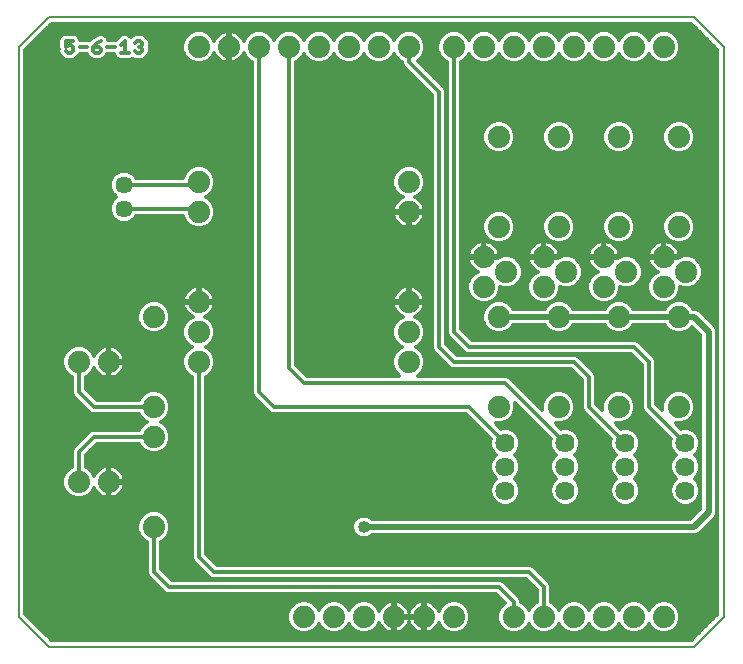
<source format=gtl>
G75*
G70*
%OFA0B0*%
%FSLAX24Y24*%
%IPPOS*%
%LPD*%
%AMOC8*
5,1,8,0,0,1.08239X$1,22.5*
%
%ADD10C,0.0080*%
%ADD11C,0.0130*%
%ADD12C,0.0740*%
%ADD13C,0.0640*%
%ADD14C,0.0570*%
%ADD15C,0.0120*%
%ADD16C,0.0400*%
%ADD17C,0.0200*%
D10*
X006252Y001160D02*
X007252Y000160D01*
X028752Y000160D01*
X029752Y001160D01*
X029752Y020160D01*
X028752Y021160D01*
X007252Y021160D01*
X006252Y020160D01*
X006252Y001160D01*
D11*
X007879Y019975D02*
X007817Y020037D01*
X007879Y019975D02*
X008003Y019975D01*
X008064Y020037D01*
X008064Y020160D01*
X008003Y020222D01*
X007941Y020222D01*
X007817Y020160D01*
X007817Y020345D01*
X008064Y020345D01*
X008278Y020160D02*
X008525Y020160D01*
X008738Y020160D02*
X008738Y020037D01*
X008800Y019975D01*
X008923Y019975D01*
X008985Y020037D01*
X008985Y020098D01*
X008923Y020160D01*
X008738Y020160D01*
X008862Y020284D01*
X008985Y020345D01*
X009199Y020160D02*
X009445Y020160D01*
X009659Y020222D02*
X009782Y020345D01*
X009782Y019975D01*
X009659Y019975D02*
X009906Y019975D01*
X010119Y020037D02*
X010181Y019975D01*
X010304Y019975D01*
X010366Y020037D01*
X010366Y020098D01*
X010304Y020160D01*
X010243Y020160D01*
X010304Y020160D02*
X010366Y020222D01*
X010366Y020284D01*
X010304Y020345D01*
X010181Y020345D01*
X010119Y020284D01*
D12*
X012252Y020160D03*
X013252Y020160D03*
X014252Y020160D03*
X015252Y020160D03*
X016252Y020160D03*
X017252Y020160D03*
X018252Y020160D03*
X019252Y020160D03*
X020752Y020160D03*
X021752Y020160D03*
X022752Y020160D03*
X023752Y020160D03*
X024752Y020160D03*
X025752Y020160D03*
X026752Y020160D03*
X027752Y020160D03*
X028252Y017160D03*
X026252Y017160D03*
X024252Y017160D03*
X022252Y017160D03*
X019252Y015660D03*
X019252Y014660D03*
X021752Y013160D03*
X022502Y012660D03*
X021752Y012160D03*
X022252Y011160D03*
X023752Y012160D03*
X024502Y012660D03*
X023752Y013160D03*
X024252Y014160D03*
X025752Y013160D03*
X026502Y012660D03*
X025752Y012160D03*
X026252Y011160D03*
X027752Y012160D03*
X028502Y012660D03*
X027752Y013160D03*
X028252Y014160D03*
X026252Y014160D03*
X022252Y014160D03*
X019252Y011660D03*
X019252Y010660D03*
X019252Y009660D03*
X022252Y008160D03*
X024252Y008160D03*
X026252Y008160D03*
X028252Y008160D03*
X028252Y011160D03*
X024252Y011160D03*
X012252Y010660D03*
X012252Y011660D03*
X010752Y011160D03*
X009252Y009660D03*
X008252Y009660D03*
X010752Y008160D03*
X010752Y007160D03*
X009252Y005660D03*
X008252Y005660D03*
X010752Y004160D03*
X015752Y001160D03*
X016752Y001160D03*
X017752Y001160D03*
X018752Y001160D03*
X019752Y001160D03*
X020752Y001160D03*
X022752Y001160D03*
X023752Y001160D03*
X024752Y001160D03*
X025752Y001160D03*
X026752Y001160D03*
X027752Y001160D03*
X012252Y009660D03*
X012252Y014660D03*
X012252Y015660D03*
D13*
X022469Y006947D03*
X022469Y006160D03*
X022469Y005373D03*
X024469Y005373D03*
X024469Y006160D03*
X024469Y006947D03*
X026469Y006947D03*
X026469Y006160D03*
X026469Y005373D03*
X028469Y005373D03*
X028469Y006160D03*
X028469Y006947D03*
D14*
X009752Y014766D03*
X009752Y015554D03*
D15*
X012146Y015554D01*
X012252Y015660D01*
X011765Y015921D02*
X010043Y015921D01*
X010016Y015948D02*
X009845Y016019D01*
X009660Y016019D01*
X009489Y015948D01*
X009358Y015817D01*
X009287Y015646D01*
X009287Y015461D01*
X009358Y015290D01*
X009488Y015160D01*
X009358Y015030D01*
X009287Y014859D01*
X009287Y014674D01*
X009358Y014503D01*
X009489Y014372D01*
X009660Y014301D01*
X009845Y014301D01*
X010016Y014372D01*
X010147Y014503D01*
X010156Y014526D01*
X011712Y014526D01*
X011786Y014348D01*
X011941Y014194D01*
X012143Y014110D01*
X012362Y014110D01*
X012564Y014194D01*
X012719Y014348D01*
X012802Y014551D01*
X012802Y014769D01*
X012719Y014972D01*
X012564Y015126D01*
X012482Y015160D01*
X012564Y015194D01*
X012719Y015348D01*
X012802Y015551D01*
X012802Y015769D01*
X012719Y015972D01*
X012564Y016126D01*
X012362Y016210D01*
X012143Y016210D01*
X011941Y016126D01*
X011786Y015972D01*
X011712Y015794D01*
X010156Y015794D01*
X010147Y015817D01*
X010016Y015948D01*
X010153Y015802D02*
X011716Y015802D01*
X011854Y016039D02*
X006472Y016039D01*
X006472Y015921D02*
X009462Y015921D01*
X009352Y015802D02*
X006472Y015802D01*
X006472Y015684D02*
X009303Y015684D01*
X009287Y015565D02*
X006472Y015565D01*
X006472Y015447D02*
X009293Y015447D01*
X009343Y015328D02*
X006472Y015328D01*
X006472Y015210D02*
X009439Y015210D01*
X009419Y015091D02*
X006472Y015091D01*
X006472Y014973D02*
X009334Y014973D01*
X009287Y014854D02*
X006472Y014854D01*
X006472Y014736D02*
X009287Y014736D01*
X009311Y014617D02*
X006472Y014617D01*
X006472Y014499D02*
X009363Y014499D01*
X009481Y014380D02*
X006472Y014380D01*
X006472Y014262D02*
X011873Y014262D01*
X011773Y014380D02*
X010024Y014380D01*
X010142Y014499D02*
X011724Y014499D01*
X012063Y014143D02*
X006472Y014143D01*
X006472Y014025D02*
X014012Y014025D01*
X014012Y014143D02*
X012442Y014143D01*
X012632Y014262D02*
X014012Y014262D01*
X014012Y014380D02*
X012732Y014380D01*
X012781Y014499D02*
X014012Y014499D01*
X014012Y014617D02*
X012802Y014617D01*
X012802Y014736D02*
X014012Y014736D01*
X014012Y014854D02*
X012767Y014854D01*
X012718Y014973D02*
X014012Y014973D01*
X014012Y015091D02*
X012599Y015091D01*
X012580Y015210D02*
X014012Y015210D01*
X014012Y015328D02*
X012698Y015328D01*
X012759Y015447D02*
X014012Y015447D01*
X014012Y015565D02*
X012802Y015565D01*
X012802Y015684D02*
X014012Y015684D01*
X014012Y015802D02*
X012789Y015802D01*
X012740Y015921D02*
X014012Y015921D01*
X014012Y016039D02*
X012651Y016039D01*
X012488Y016158D02*
X014012Y016158D01*
X014012Y016276D02*
X006472Y016276D01*
X006472Y016158D02*
X012016Y016158D01*
X012146Y014766D02*
X012252Y014660D01*
X012146Y014766D02*
X009752Y014766D01*
X006472Y013906D02*
X014012Y013906D01*
X014012Y013788D02*
X006472Y013788D01*
X006472Y013669D02*
X014012Y013669D01*
X014012Y013551D02*
X006472Y013551D01*
X006472Y013432D02*
X014012Y013432D01*
X014012Y013314D02*
X006472Y013314D01*
X006472Y013195D02*
X014012Y013195D01*
X014012Y013077D02*
X006472Y013077D01*
X006472Y012958D02*
X014012Y012958D01*
X014012Y012840D02*
X006472Y012840D01*
X006472Y012721D02*
X014012Y012721D01*
X014012Y012603D02*
X006472Y012603D01*
X006472Y012484D02*
X014012Y012484D01*
X014012Y012366D02*
X006472Y012366D01*
X006472Y012247D02*
X014012Y012247D01*
X014012Y012129D02*
X012500Y012129D01*
X012530Y012113D02*
X012456Y012151D01*
X012376Y012177D01*
X012294Y012190D01*
X012292Y012190D01*
X012292Y011700D01*
X012212Y011700D01*
X012212Y011620D01*
X011722Y011620D01*
X011722Y011618D01*
X011735Y011536D01*
X011154Y011536D01*
X011219Y011472D02*
X011064Y011626D01*
X010862Y011710D01*
X010643Y011710D01*
X010441Y011626D01*
X010286Y011472D01*
X010202Y011269D01*
X010202Y011051D01*
X010286Y010848D01*
X010441Y010694D01*
X010643Y010610D01*
X010862Y010610D01*
X011064Y010694D01*
X011219Y010848D01*
X011302Y011051D01*
X011302Y011269D01*
X011219Y011472D01*
X011241Y011418D02*
X011781Y011418D01*
X011799Y011382D02*
X011848Y011315D01*
X011907Y011256D01*
X011975Y011207D01*
X012047Y011170D01*
X011941Y011126D01*
X011786Y010972D01*
X011702Y010769D01*
X011702Y010551D01*
X011786Y010348D01*
X011941Y010194D01*
X012022Y010160D01*
X011941Y010126D01*
X011786Y009972D01*
X011702Y009769D01*
X011702Y009551D01*
X011786Y009348D01*
X011941Y009194D01*
X012012Y009164D01*
X012012Y003112D01*
X012049Y003024D01*
X012116Y002957D01*
X012616Y002457D01*
X012705Y002420D01*
X023153Y002420D01*
X023512Y002061D01*
X023512Y001656D01*
X023441Y001626D01*
X023286Y001472D01*
X023252Y001390D01*
X023219Y001472D01*
X023064Y001626D01*
X022992Y001656D01*
X022992Y001708D01*
X022956Y001796D01*
X022456Y002296D01*
X022388Y002363D01*
X022300Y002400D01*
X011352Y002400D01*
X010992Y002759D01*
X010992Y003664D01*
X011064Y003694D01*
X011219Y003848D01*
X011302Y004051D01*
X011302Y004269D01*
X011219Y004472D01*
X011064Y004626D01*
X010862Y004710D01*
X010643Y004710D01*
X010441Y004626D01*
X010286Y004472D01*
X010202Y004269D01*
X010202Y004051D01*
X010286Y003848D01*
X010441Y003694D01*
X010512Y003664D01*
X010512Y002612D01*
X010549Y002524D01*
X010616Y002457D01*
X011116Y001957D01*
X011205Y001920D01*
X022153Y001920D01*
X022445Y001628D01*
X022441Y001626D01*
X022286Y001472D01*
X022202Y001269D01*
X022202Y001051D01*
X022286Y000848D01*
X022441Y000694D01*
X022643Y000610D01*
X022862Y000610D01*
X023064Y000694D01*
X023219Y000848D01*
X023252Y000930D01*
X023286Y000848D01*
X023441Y000694D01*
X023643Y000610D01*
X023862Y000610D01*
X024064Y000694D01*
X024219Y000848D01*
X024252Y000930D01*
X024286Y000848D01*
X024441Y000694D01*
X024643Y000610D01*
X024862Y000610D01*
X025064Y000694D01*
X025219Y000848D01*
X025252Y000930D01*
X025286Y000848D01*
X025441Y000694D01*
X025643Y000610D01*
X025862Y000610D01*
X026064Y000694D01*
X026219Y000848D01*
X026252Y000930D01*
X026286Y000848D01*
X026441Y000694D01*
X026643Y000610D01*
X026862Y000610D01*
X027064Y000694D01*
X027219Y000848D01*
X027252Y000930D01*
X027286Y000848D01*
X027441Y000694D01*
X027643Y000610D01*
X027862Y000610D01*
X028064Y000694D01*
X028219Y000848D01*
X028302Y001051D01*
X028302Y001269D01*
X028219Y001472D01*
X028064Y001626D01*
X027862Y001710D01*
X027643Y001710D01*
X027441Y001626D01*
X027286Y001472D01*
X027252Y001390D01*
X027219Y001472D01*
X027064Y001626D01*
X026862Y001710D01*
X026643Y001710D01*
X026441Y001626D01*
X026286Y001472D01*
X026252Y001390D01*
X026219Y001472D01*
X026064Y001626D01*
X025862Y001710D01*
X025643Y001710D01*
X025441Y001626D01*
X025286Y001472D01*
X025252Y001390D01*
X025219Y001472D01*
X025064Y001626D01*
X024862Y001710D01*
X024643Y001710D01*
X024441Y001626D01*
X024286Y001472D01*
X024252Y001390D01*
X024219Y001472D01*
X024064Y001626D01*
X023992Y001656D01*
X023992Y002208D01*
X023956Y002296D01*
X023388Y002863D01*
X023300Y002900D01*
X012852Y002900D01*
X012492Y003259D01*
X012492Y009164D01*
X012564Y009194D01*
X012719Y009348D01*
X012802Y009551D01*
X012802Y009769D01*
X012719Y009972D01*
X012564Y010126D01*
X012482Y010160D01*
X012564Y010194D01*
X012719Y010348D01*
X012802Y010551D01*
X012802Y010769D01*
X012719Y010972D01*
X012564Y011126D01*
X012458Y011170D01*
X012530Y011207D01*
X012598Y011256D01*
X012657Y011315D01*
X012706Y011382D01*
X012744Y011457D01*
X012769Y011536D01*
X012782Y011618D01*
X012782Y011620D01*
X012292Y011620D01*
X012292Y011700D01*
X012782Y011700D01*
X012782Y011702D01*
X012769Y011784D01*
X012744Y011863D01*
X012706Y011938D01*
X012657Y012005D01*
X012598Y012064D01*
X012530Y012113D01*
X012652Y012010D02*
X014012Y012010D01*
X014012Y011892D02*
X012729Y011892D01*
X012771Y011773D02*
X014012Y011773D01*
X014012Y011655D02*
X012292Y011655D01*
X012212Y011655D02*
X010996Y011655D01*
X011290Y011299D02*
X011864Y011299D01*
X011799Y011382D02*
X011761Y011457D01*
X011735Y011536D01*
X011722Y011700D02*
X012212Y011700D01*
X012212Y012190D01*
X012211Y012190D01*
X012128Y012177D01*
X012049Y012151D01*
X011975Y012113D01*
X011907Y012064D01*
X011848Y012005D01*
X011799Y011938D01*
X011761Y011863D01*
X011735Y011784D01*
X011722Y011702D01*
X011722Y011700D01*
X011734Y011773D02*
X006472Y011773D01*
X006472Y011655D02*
X010509Y011655D01*
X010351Y011536D02*
X006472Y011536D01*
X006472Y011418D02*
X010264Y011418D01*
X010215Y011299D02*
X006472Y011299D01*
X006472Y011181D02*
X010202Y011181D01*
X010202Y011062D02*
X006472Y011062D01*
X006472Y010944D02*
X010247Y010944D01*
X010310Y010825D02*
X006472Y010825D01*
X006472Y010707D02*
X010428Y010707D01*
X011077Y010707D02*
X011702Y010707D01*
X011702Y010588D02*
X006472Y010588D01*
X006472Y010470D02*
X011736Y010470D01*
X011785Y010351D02*
X006472Y010351D01*
X006472Y010233D02*
X011902Y010233D01*
X011929Y010114D02*
X009529Y010114D01*
X009530Y010113D02*
X009456Y010151D01*
X009376Y010177D01*
X009294Y010190D01*
X009272Y010190D01*
X009272Y009680D01*
X009232Y009680D01*
X009232Y010190D01*
X009211Y010190D01*
X009128Y010177D01*
X009049Y010151D01*
X008975Y010113D01*
X008907Y010064D01*
X008848Y010005D01*
X008799Y009938D01*
X008762Y009866D01*
X008719Y009972D01*
X008564Y010126D01*
X008362Y010210D01*
X008143Y010210D01*
X007941Y010126D01*
X007786Y009972D01*
X007702Y009769D01*
X007702Y009551D01*
X007786Y009348D01*
X007941Y009194D01*
X008012Y009164D01*
X008012Y008612D01*
X008049Y008524D01*
X008116Y008457D01*
X008616Y007957D01*
X008705Y007920D01*
X010256Y007920D01*
X010286Y007848D01*
X010441Y007694D01*
X010522Y007660D01*
X010441Y007626D01*
X010286Y007472D01*
X010256Y007400D01*
X008705Y007400D01*
X008616Y007363D01*
X008116Y006863D01*
X008049Y006796D01*
X006472Y006796D01*
X006472Y006678D02*
X008012Y006678D01*
X008012Y006708D02*
X008012Y006156D01*
X007941Y006126D01*
X007786Y005972D01*
X007702Y005769D01*
X007702Y005551D01*
X007786Y005348D01*
X007941Y005194D01*
X008143Y005110D01*
X008362Y005110D01*
X008564Y005194D01*
X008719Y005348D01*
X008762Y005454D01*
X008799Y005382D01*
X008848Y005315D01*
X008907Y005256D01*
X008975Y005207D01*
X009049Y005169D01*
X009128Y005143D01*
X009211Y005130D01*
X009232Y005130D01*
X009232Y005640D01*
X009272Y005640D01*
X009272Y005130D01*
X009294Y005130D01*
X009376Y005143D01*
X009456Y005169D01*
X009530Y005207D01*
X009598Y005256D01*
X009657Y005315D01*
X009706Y005382D01*
X009744Y005457D01*
X009769Y005536D01*
X009782Y005618D01*
X009782Y005640D01*
X009272Y005640D01*
X009272Y005680D01*
X009232Y005680D01*
X009232Y006190D01*
X009211Y006190D01*
X009128Y006177D01*
X009049Y006151D01*
X008975Y006113D01*
X008907Y006064D01*
X008848Y006005D01*
X008799Y005938D01*
X008762Y005866D01*
X008719Y005972D01*
X008564Y006126D01*
X008492Y006156D01*
X008492Y006561D01*
X008852Y006920D01*
X010256Y006920D01*
X010286Y006848D01*
X010441Y006694D01*
X010643Y006610D01*
X010862Y006610D01*
X011064Y006694D01*
X011219Y006848D01*
X011302Y007051D01*
X011302Y007269D01*
X011219Y007472D01*
X011064Y007626D01*
X010982Y007660D01*
X011064Y007694D01*
X011219Y007848D01*
X011302Y008051D01*
X011302Y008269D01*
X011219Y008472D01*
X011064Y008626D01*
X010862Y008710D01*
X010643Y008710D01*
X010441Y008626D01*
X010286Y008472D01*
X010256Y008400D01*
X008852Y008400D01*
X008492Y008759D01*
X008492Y009164D01*
X008564Y009194D01*
X008719Y009348D01*
X008762Y009454D01*
X008799Y009382D01*
X008848Y009315D01*
X008907Y009256D01*
X008975Y009207D01*
X009049Y009169D01*
X009128Y009143D01*
X009211Y009130D01*
X009232Y009130D01*
X009232Y009640D01*
X009272Y009640D01*
X009272Y009130D01*
X009294Y009130D01*
X009376Y009143D01*
X009456Y009169D01*
X009530Y009207D01*
X009598Y009256D01*
X009657Y009315D01*
X009706Y009382D01*
X009744Y009457D01*
X009769Y009536D01*
X009782Y009618D01*
X009782Y009640D01*
X009272Y009640D01*
X011702Y009640D01*
X011702Y009759D02*
X009773Y009759D01*
X009769Y009784D02*
X009744Y009863D01*
X009706Y009938D01*
X009657Y010005D01*
X009598Y010064D01*
X009530Y010113D01*
X009664Y009996D02*
X011810Y009996D01*
X011747Y009877D02*
X009737Y009877D01*
X009769Y009784D02*
X009782Y009702D01*
X009782Y009680D01*
X009272Y009680D01*
X009272Y009640D01*
X009272Y009522D02*
X009232Y009522D01*
X009232Y009403D02*
X009272Y009403D01*
X009272Y009285D02*
X009232Y009285D01*
X009232Y009166D02*
X009272Y009166D01*
X009447Y009166D02*
X012008Y009166D01*
X012012Y009048D02*
X008492Y009048D01*
X008497Y009166D02*
X009058Y009166D01*
X008878Y009285D02*
X008655Y009285D01*
X008741Y009403D02*
X008788Y009403D01*
X008758Y009877D02*
X008768Y009877D01*
X008695Y009996D02*
X008841Y009996D01*
X008976Y010114D02*
X008576Y010114D01*
X008252Y009660D02*
X008252Y008660D01*
X008752Y008160D01*
X010752Y008160D01*
X010280Y007863D02*
X006472Y007863D01*
X006472Y007981D02*
X008592Y007981D01*
X008473Y008100D02*
X006472Y008100D01*
X006472Y008218D02*
X008355Y008218D01*
X008236Y008337D02*
X006472Y008337D01*
X006472Y008455D02*
X008118Y008455D01*
X008028Y008574D02*
X006472Y008574D01*
X006472Y008692D02*
X008012Y008692D01*
X008012Y008811D02*
X006472Y008811D01*
X006472Y008929D02*
X008012Y008929D01*
X008012Y009048D02*
X006472Y009048D01*
X006472Y009166D02*
X008008Y009166D01*
X007850Y009285D02*
X006472Y009285D01*
X006472Y009403D02*
X007763Y009403D01*
X007714Y009522D02*
X006472Y009522D01*
X006472Y009640D02*
X007702Y009640D01*
X007702Y009759D02*
X006472Y009759D01*
X006472Y009877D02*
X007747Y009877D01*
X007810Y009996D02*
X006472Y009996D01*
X006472Y010114D02*
X007929Y010114D01*
X009232Y010114D02*
X009272Y010114D01*
X009272Y009996D02*
X009232Y009996D01*
X009232Y009877D02*
X009272Y009877D01*
X009272Y009759D02*
X009232Y009759D01*
X009765Y009522D02*
X011714Y009522D01*
X011763Y009403D02*
X009716Y009403D01*
X009626Y009285D02*
X011850Y009285D01*
X012012Y008929D02*
X008492Y008929D01*
X008492Y008811D02*
X012012Y008811D01*
X012012Y008692D02*
X010905Y008692D01*
X011117Y008574D02*
X012012Y008574D01*
X012012Y008455D02*
X011225Y008455D01*
X011275Y008337D02*
X012012Y008337D01*
X012012Y008218D02*
X011302Y008218D01*
X011302Y008100D02*
X012012Y008100D01*
X012012Y007981D02*
X011274Y007981D01*
X011224Y007863D02*
X012012Y007863D01*
X012012Y007744D02*
X011114Y007744D01*
X011065Y007626D02*
X012012Y007626D01*
X012012Y007507D02*
X011183Y007507D01*
X011253Y007389D02*
X012012Y007389D01*
X012012Y007270D02*
X011302Y007270D01*
X011302Y007152D02*
X012012Y007152D01*
X012012Y007033D02*
X011295Y007033D01*
X011246Y006915D02*
X012012Y006915D01*
X012012Y006796D02*
X011166Y006796D01*
X011025Y006678D02*
X012012Y006678D01*
X012012Y006559D02*
X008492Y006559D01*
X008492Y006441D02*
X012012Y006441D01*
X012012Y006322D02*
X008492Y006322D01*
X008492Y006204D02*
X012012Y006204D01*
X012012Y006085D02*
X009569Y006085D01*
X009598Y006064D02*
X009530Y006113D01*
X009456Y006151D01*
X009376Y006177D01*
X009294Y006190D01*
X009272Y006190D01*
X009272Y005680D01*
X009782Y005680D01*
X009782Y005702D01*
X009769Y005784D01*
X009744Y005863D01*
X009706Y005938D01*
X009657Y006005D01*
X009598Y006064D01*
X009685Y005967D02*
X012012Y005967D01*
X012012Y005848D02*
X009749Y005848D01*
X009778Y005730D02*
X012012Y005730D01*
X012012Y005611D02*
X009781Y005611D01*
X009755Y005493D02*
X012012Y005493D01*
X012012Y005374D02*
X009700Y005374D01*
X009597Y005256D02*
X012012Y005256D01*
X012012Y005137D02*
X009338Y005137D01*
X009272Y005137D02*
X009232Y005137D01*
X009166Y005137D02*
X008427Y005137D01*
X008626Y005256D02*
X008907Y005256D01*
X008805Y005374D02*
X008729Y005374D01*
X009232Y005374D02*
X009272Y005374D01*
X009272Y005256D02*
X009232Y005256D01*
X009232Y005493D02*
X009272Y005493D01*
X009272Y005611D02*
X009232Y005611D01*
X009232Y005730D02*
X009272Y005730D01*
X009272Y005848D02*
X009232Y005848D01*
X009232Y005967D02*
X009272Y005967D01*
X009272Y006085D02*
X009232Y006085D01*
X008936Y006085D02*
X008605Y006085D01*
X008721Y005967D02*
X008820Y005967D01*
X008252Y005660D02*
X008252Y006660D01*
X008752Y007160D01*
X010752Y007160D01*
X010322Y007507D02*
X006472Y007507D01*
X006472Y007389D02*
X008677Y007389D01*
X008523Y007270D02*
X006472Y007270D01*
X006472Y007152D02*
X008404Y007152D01*
X008286Y007033D02*
X006472Y007033D01*
X006472Y006915D02*
X008167Y006915D01*
X008049Y006796D02*
X008012Y006708D01*
X008012Y006559D02*
X006472Y006559D01*
X006472Y006441D02*
X008012Y006441D01*
X008012Y006322D02*
X006472Y006322D01*
X006472Y006204D02*
X008012Y006204D01*
X007900Y006085D02*
X006472Y006085D01*
X006472Y005967D02*
X007784Y005967D01*
X007735Y005848D02*
X006472Y005848D01*
X006472Y005730D02*
X007702Y005730D01*
X007702Y005611D02*
X006472Y005611D01*
X006472Y005493D02*
X007726Y005493D01*
X007776Y005374D02*
X006472Y005374D01*
X006472Y005256D02*
X007879Y005256D01*
X008078Y005137D02*
X006472Y005137D01*
X006472Y005019D02*
X012012Y005019D01*
X012012Y004900D02*
X006472Y004900D01*
X006472Y004782D02*
X012012Y004782D01*
X012012Y004663D02*
X010975Y004663D01*
X011146Y004545D02*
X012012Y004545D01*
X012012Y004426D02*
X011237Y004426D01*
X011287Y004308D02*
X012012Y004308D01*
X012012Y004189D02*
X011302Y004189D01*
X011302Y004071D02*
X012012Y004071D01*
X012012Y003952D02*
X011262Y003952D01*
X011204Y003834D02*
X012012Y003834D01*
X012012Y003715D02*
X011085Y003715D01*
X010992Y003597D02*
X012012Y003597D01*
X012012Y003478D02*
X010992Y003478D01*
X010992Y003360D02*
X012012Y003360D01*
X012012Y003241D02*
X010992Y003241D01*
X010992Y003123D02*
X012012Y003123D01*
X012069Y003004D02*
X010992Y003004D01*
X010992Y002886D02*
X012187Y002886D01*
X012306Y002767D02*
X010992Y002767D01*
X011103Y002649D02*
X012424Y002649D01*
X012543Y002530D02*
X011222Y002530D01*
X011340Y002412D02*
X023161Y002412D01*
X023280Y002293D02*
X022459Y002293D01*
X022577Y002175D02*
X023398Y002175D01*
X023512Y002056D02*
X022696Y002056D01*
X022814Y001938D02*
X023512Y001938D01*
X023512Y001819D02*
X022933Y001819D01*
X022992Y001701D02*
X023512Y001701D01*
X023397Y001582D02*
X023108Y001582D01*
X023222Y001464D02*
X023283Y001464D01*
X022752Y001660D02*
X022752Y001160D01*
X023228Y000871D02*
X023277Y000871D01*
X023382Y000753D02*
X023123Y000753D01*
X022920Y000634D02*
X023585Y000634D01*
X023920Y000634D02*
X024585Y000634D01*
X024382Y000753D02*
X024123Y000753D01*
X024228Y000871D02*
X024277Y000871D01*
X024283Y001464D02*
X024222Y001464D01*
X024108Y001582D02*
X024397Y001582D01*
X024620Y001701D02*
X023992Y001701D01*
X023992Y001819D02*
X029532Y001819D01*
X029532Y001701D02*
X027885Y001701D01*
X028108Y001582D02*
X029532Y001582D01*
X029532Y001464D02*
X028222Y001464D01*
X028271Y001345D02*
X029532Y001345D01*
X029532Y001251D02*
X028661Y000380D01*
X007343Y000380D01*
X006472Y001251D01*
X006472Y020069D01*
X007343Y020940D01*
X028661Y020940D01*
X029532Y020069D01*
X029532Y001251D01*
X029508Y001227D02*
X028302Y001227D01*
X028302Y001108D02*
X029389Y001108D01*
X029271Y000990D02*
X028277Y000990D01*
X028228Y000871D02*
X029152Y000871D01*
X029034Y000753D02*
X028123Y000753D01*
X027920Y000634D02*
X028915Y000634D01*
X028797Y000516D02*
X007208Y000516D01*
X007089Y000634D02*
X015585Y000634D01*
X015643Y000610D02*
X015862Y000610D01*
X016064Y000694D01*
X016219Y000848D01*
X016252Y000930D01*
X016286Y000848D01*
X016441Y000694D01*
X016643Y000610D01*
X016862Y000610D01*
X017064Y000694D01*
X017219Y000848D01*
X017252Y000930D01*
X017286Y000848D01*
X017441Y000694D01*
X017643Y000610D01*
X017862Y000610D01*
X018064Y000694D01*
X018219Y000848D01*
X018262Y000954D01*
X018299Y000882D01*
X018348Y000815D01*
X018407Y000756D01*
X018475Y000707D01*
X018549Y000669D01*
X018628Y000643D01*
X018711Y000630D01*
X018712Y000630D01*
X018712Y001120D01*
X018792Y001120D01*
X018792Y000630D01*
X018794Y000630D01*
X018876Y000643D01*
X018956Y000669D01*
X019030Y000707D01*
X019098Y000756D01*
X019157Y000815D01*
X019206Y000882D01*
X019244Y000957D01*
X019252Y000984D01*
X019261Y000957D01*
X019299Y000882D01*
X019348Y000815D01*
X019407Y000756D01*
X019475Y000707D01*
X019549Y000669D01*
X019628Y000643D01*
X019711Y000630D01*
X019712Y000630D01*
X019712Y001120D01*
X019222Y001120D01*
X018792Y001120D01*
X018792Y001200D01*
X018712Y001200D01*
X018712Y001690D01*
X018711Y001690D01*
X018628Y001677D01*
X018549Y001651D01*
X018475Y001613D01*
X018407Y001564D01*
X018348Y001505D01*
X018299Y001438D01*
X018262Y001366D01*
X018219Y001472D01*
X018064Y001626D01*
X017862Y001710D01*
X017643Y001710D01*
X017441Y001626D01*
X017286Y001472D01*
X017252Y001390D01*
X017219Y001472D01*
X017064Y001626D01*
X016862Y001710D01*
X016643Y001710D01*
X016441Y001626D01*
X016286Y001472D01*
X016252Y001390D01*
X016219Y001472D01*
X016064Y001626D01*
X015862Y001710D01*
X015643Y001710D01*
X015441Y001626D01*
X015286Y001472D01*
X015202Y001269D01*
X015202Y001051D01*
X015286Y000848D01*
X015441Y000694D01*
X015643Y000610D01*
X015920Y000634D02*
X016585Y000634D01*
X016382Y000753D02*
X016123Y000753D01*
X016228Y000871D02*
X016277Y000871D01*
X016283Y001464D02*
X016222Y001464D01*
X016108Y001582D02*
X016397Y001582D01*
X016620Y001701D02*
X015885Y001701D01*
X015620Y001701D02*
X006472Y001701D01*
X006472Y001819D02*
X022254Y001819D01*
X022372Y001701D02*
X020885Y001701D01*
X020862Y001710D02*
X020643Y001710D01*
X020441Y001626D01*
X020286Y001472D01*
X020242Y001366D01*
X020206Y001438D01*
X020157Y001505D01*
X020098Y001564D01*
X020030Y001613D01*
X019956Y001651D01*
X019876Y001677D01*
X019794Y001690D01*
X019792Y001690D01*
X019792Y001200D01*
X019712Y001200D01*
X019712Y001120D01*
X019792Y001120D01*
X019792Y000630D01*
X019794Y000630D01*
X019876Y000643D01*
X019956Y000669D01*
X020030Y000707D01*
X020098Y000756D01*
X020157Y000815D01*
X020206Y000882D01*
X020242Y000954D01*
X020286Y000848D01*
X020441Y000694D01*
X020643Y000610D01*
X020862Y000610D01*
X021064Y000694D01*
X021219Y000848D01*
X021302Y001051D01*
X021302Y001269D01*
X021219Y001472D01*
X021064Y001626D01*
X020862Y001710D01*
X020620Y001701D02*
X017885Y001701D01*
X018108Y001582D02*
X018432Y001582D01*
X018318Y001464D02*
X018222Y001464D01*
X018712Y001464D02*
X018792Y001464D01*
X018792Y001582D02*
X018712Y001582D01*
X018792Y001690D02*
X018792Y001200D01*
X019712Y001200D01*
X019712Y001690D01*
X019711Y001690D01*
X019628Y001677D01*
X019549Y001651D01*
X019475Y001613D01*
X019407Y001564D01*
X019348Y001505D01*
X019299Y001438D01*
X019261Y001363D01*
X019252Y001336D01*
X019244Y001363D01*
X019206Y001438D01*
X019157Y001505D01*
X019098Y001564D01*
X019030Y001613D01*
X018956Y001651D01*
X018876Y001677D01*
X018794Y001690D01*
X018792Y001690D01*
X019073Y001582D02*
X019432Y001582D01*
X019318Y001464D02*
X019187Y001464D01*
X019250Y001345D02*
X019255Y001345D01*
X019712Y001345D02*
X019792Y001345D01*
X019792Y001227D02*
X019712Y001227D01*
X019712Y001108D02*
X019792Y001108D01*
X019792Y000990D02*
X019712Y000990D01*
X019712Y000871D02*
X019792Y000871D01*
X019792Y000753D02*
X019712Y000753D01*
X019712Y000634D02*
X019792Y000634D01*
X019819Y000634D02*
X020585Y000634D01*
X020382Y000753D02*
X020093Y000753D01*
X020198Y000871D02*
X020277Y000871D01*
X020283Y001464D02*
X020187Y001464D01*
X020073Y001582D02*
X020397Y001582D01*
X019792Y001582D02*
X019712Y001582D01*
X019712Y001464D02*
X019792Y001464D01*
X019307Y000871D02*
X019198Y000871D01*
X019093Y000753D02*
X019412Y000753D01*
X019685Y000634D02*
X018819Y000634D01*
X018792Y000634D02*
X018712Y000634D01*
X018685Y000634D02*
X017920Y000634D01*
X018123Y000753D02*
X018412Y000753D01*
X018307Y000871D02*
X018228Y000871D01*
X018712Y000871D02*
X018792Y000871D01*
X018792Y000753D02*
X018712Y000753D01*
X018712Y000990D02*
X018792Y000990D01*
X018792Y001108D02*
X018712Y001108D01*
X018712Y001227D02*
X018792Y001227D01*
X018792Y001345D02*
X018712Y001345D01*
X017620Y001701D02*
X016885Y001701D01*
X017108Y001582D02*
X017397Y001582D01*
X017283Y001464D02*
X017222Y001464D01*
X017228Y000871D02*
X017277Y000871D01*
X017382Y000753D02*
X017123Y000753D01*
X016920Y000634D02*
X017585Y000634D01*
X015382Y000753D02*
X006971Y000753D01*
X006852Y000871D02*
X015277Y000871D01*
X015228Y000990D02*
X006734Y000990D01*
X006615Y001108D02*
X015202Y001108D01*
X015202Y001227D02*
X006497Y001227D01*
X006472Y001345D02*
X015234Y001345D01*
X015283Y001464D02*
X006472Y001464D01*
X006472Y001582D02*
X015397Y001582D01*
X012752Y002660D02*
X012252Y003160D01*
X012252Y009660D01*
X012758Y009877D02*
X014012Y009877D01*
X014012Y009759D02*
X012802Y009759D01*
X012802Y009640D02*
X014012Y009640D01*
X014012Y009522D02*
X012790Y009522D01*
X012741Y009403D02*
X014012Y009403D01*
X014012Y009285D02*
X012655Y009285D01*
X012497Y009166D02*
X014012Y009166D01*
X014012Y009048D02*
X012492Y009048D01*
X012492Y008929D02*
X014012Y008929D01*
X014012Y008811D02*
X012492Y008811D01*
X012492Y008692D02*
X014012Y008692D01*
X014012Y008612D02*
X014049Y008524D01*
X014549Y008024D01*
X014616Y007957D01*
X014705Y007920D01*
X021157Y007920D01*
X021987Y007090D01*
X021969Y007047D01*
X021969Y006848D01*
X022045Y006664D01*
X022155Y006554D01*
X022045Y006443D01*
X021969Y006259D01*
X021969Y006061D01*
X022045Y005877D01*
X022155Y005766D01*
X022045Y005656D01*
X021969Y005472D01*
X021969Y005273D01*
X022045Y005089D01*
X022186Y004949D01*
X022369Y004873D01*
X022568Y004873D01*
X022752Y004949D01*
X022893Y005089D01*
X022969Y005273D01*
X022969Y005472D01*
X022893Y005656D01*
X022782Y005766D01*
X022893Y005877D01*
X022969Y006061D01*
X022969Y006259D01*
X022893Y006443D01*
X022782Y006554D01*
X022893Y006664D01*
X022969Y006848D01*
X022969Y007047D01*
X022893Y007231D01*
X022752Y007371D01*
X022568Y007447D01*
X022369Y007447D01*
X022326Y007429D01*
X022146Y007610D01*
X022362Y007610D01*
X022564Y007694D01*
X022719Y007848D01*
X022802Y008051D01*
X022802Y008269D01*
X022799Y008278D01*
X023987Y007090D01*
X023969Y007047D01*
X023969Y006848D01*
X024045Y006664D01*
X024155Y006554D01*
X024045Y006443D01*
X023969Y006259D01*
X023969Y006061D01*
X024045Y005877D01*
X024155Y005766D01*
X024045Y005656D01*
X023969Y005472D01*
X023969Y005273D01*
X024045Y005089D01*
X024186Y004949D01*
X024369Y004873D01*
X024568Y004873D01*
X024752Y004949D01*
X024893Y005089D01*
X024969Y005273D01*
X024969Y005472D01*
X024893Y005656D01*
X024782Y005766D01*
X024893Y005877D01*
X024969Y006061D01*
X024969Y006259D01*
X024893Y006443D01*
X024782Y006554D01*
X024893Y006664D01*
X024969Y006848D01*
X024969Y007047D01*
X024893Y007231D01*
X024752Y007371D01*
X024568Y007447D01*
X024369Y007447D01*
X024326Y007429D01*
X024146Y007610D01*
X024362Y007610D01*
X024564Y007694D01*
X024719Y007848D01*
X024802Y008051D01*
X024802Y008269D01*
X024719Y008472D01*
X024564Y008626D01*
X024362Y008710D01*
X024143Y008710D01*
X023941Y008626D01*
X023786Y008472D01*
X023702Y008269D01*
X023702Y008053D01*
X022660Y009096D01*
X022592Y009163D01*
X022504Y009200D01*
X019570Y009200D01*
X019719Y009348D01*
X019802Y009551D01*
X019802Y009769D01*
X019719Y009972D01*
X019564Y010126D01*
X019482Y010160D01*
X019564Y010194D01*
X019719Y010348D01*
X019802Y010551D01*
X019802Y010769D01*
X019719Y010972D01*
X019564Y011126D01*
X019458Y011170D01*
X019530Y011207D01*
X019598Y011256D01*
X019657Y011315D01*
X019706Y011382D01*
X019744Y011457D01*
X019769Y011536D01*
X019782Y011618D01*
X019782Y011620D01*
X019292Y011620D01*
X019292Y011700D01*
X019212Y011700D01*
X019212Y011620D01*
X018722Y011620D01*
X018722Y011618D01*
X018735Y011536D01*
X015492Y011536D01*
X015492Y011418D02*
X018781Y011418D01*
X018799Y011382D02*
X018848Y011315D01*
X018907Y011256D01*
X018975Y011207D01*
X019047Y011170D01*
X018941Y011126D01*
X018786Y010972D01*
X018702Y010769D01*
X018702Y010551D01*
X018786Y010348D01*
X018941Y010194D01*
X019022Y010160D01*
X018941Y010126D01*
X018786Y009972D01*
X018702Y009769D01*
X018702Y009551D01*
X018786Y009348D01*
X018935Y009200D01*
X015852Y009200D01*
X015492Y009559D01*
X015492Y019664D01*
X015564Y019694D01*
X015719Y019848D01*
X015752Y019930D01*
X015786Y019848D01*
X015941Y019694D01*
X016143Y019610D01*
X016362Y019610D01*
X016564Y019694D01*
X016719Y019848D01*
X016752Y019930D01*
X016786Y019848D01*
X016941Y019694D01*
X017143Y019610D01*
X017362Y019610D01*
X017564Y019694D01*
X017719Y019848D01*
X017752Y019930D01*
X017786Y019848D01*
X017941Y019694D01*
X018143Y019610D01*
X018362Y019610D01*
X018564Y019694D01*
X018719Y019848D01*
X018752Y019930D01*
X018786Y019848D01*
X018941Y019694D01*
X019012Y019664D01*
X019012Y019612D01*
X019049Y019524D01*
X020012Y018561D01*
X020012Y010112D01*
X020049Y010024D01*
X020549Y009524D01*
X020616Y009457D01*
X020705Y009420D01*
X024653Y009420D01*
X025012Y009061D01*
X025012Y008116D01*
X025049Y008028D01*
X025987Y007090D01*
X025969Y007047D01*
X025969Y006848D01*
X026045Y006664D01*
X026155Y006554D01*
X026045Y006443D01*
X025969Y006259D01*
X025969Y006061D01*
X026045Y005877D01*
X026155Y005766D01*
X026045Y005656D01*
X025969Y005472D01*
X025969Y005273D01*
X026045Y005089D01*
X026186Y004949D01*
X026369Y004873D01*
X026568Y004873D01*
X026752Y004949D01*
X026893Y005089D01*
X026969Y005273D01*
X026969Y005472D01*
X026893Y005656D01*
X026782Y005766D01*
X026893Y005877D01*
X026969Y006061D01*
X026969Y006259D01*
X026893Y006443D01*
X026782Y006554D01*
X026893Y006664D01*
X026969Y006848D01*
X026969Y007047D01*
X026893Y007231D01*
X026752Y007371D01*
X026568Y007447D01*
X026369Y007447D01*
X026326Y007429D01*
X026146Y007610D01*
X026362Y007610D01*
X026564Y007694D01*
X026719Y007848D01*
X026802Y008051D01*
X026802Y008269D01*
X026719Y008472D01*
X026564Y008626D01*
X026362Y008710D01*
X026143Y008710D01*
X025941Y008626D01*
X025786Y008472D01*
X025702Y008269D01*
X025702Y008053D01*
X025492Y008263D01*
X025492Y009208D01*
X025456Y009296D01*
X025388Y009363D01*
X024888Y009863D01*
X024800Y009900D01*
X020852Y009900D01*
X020492Y010259D01*
X020492Y018708D01*
X020456Y018796D01*
X020388Y018863D01*
X019560Y019692D01*
X019564Y019694D01*
X019719Y019848D01*
X019802Y020051D01*
X019802Y020269D01*
X019719Y020472D01*
X019564Y020626D01*
X019362Y020710D01*
X019143Y020710D01*
X018941Y020626D01*
X018786Y020472D01*
X018752Y020390D01*
X018719Y020472D01*
X018564Y020626D01*
X018362Y020710D01*
X018143Y020710D01*
X017941Y020626D01*
X017786Y020472D01*
X017752Y020390D01*
X017719Y020472D01*
X017564Y020626D01*
X017362Y020710D01*
X017143Y020710D01*
X016941Y020626D01*
X016786Y020472D01*
X016752Y020390D01*
X016719Y020472D01*
X016564Y020626D01*
X016362Y020710D01*
X016143Y020710D01*
X015941Y020626D01*
X015786Y020472D01*
X015752Y020390D01*
X015719Y020472D01*
X015564Y020626D01*
X015362Y020710D01*
X015143Y020710D01*
X014941Y020626D01*
X014786Y020472D01*
X014752Y020390D01*
X014719Y020472D01*
X014564Y020626D01*
X014362Y020710D01*
X014143Y020710D01*
X013941Y020626D01*
X013786Y020472D01*
X013742Y020366D01*
X013706Y020438D01*
X013657Y020505D01*
X013598Y020564D01*
X013530Y020613D01*
X013456Y020651D01*
X013376Y020677D01*
X013294Y020690D01*
X013292Y020690D01*
X013292Y020200D01*
X013212Y020200D01*
X013212Y020690D01*
X013211Y020690D01*
X013128Y020677D01*
X013049Y020651D01*
X012975Y020613D01*
X012907Y020564D01*
X012848Y020505D01*
X012799Y020438D01*
X012762Y020366D01*
X012719Y020472D01*
X012564Y020626D01*
X012362Y020710D01*
X012143Y020710D01*
X011941Y020626D01*
X011786Y020472D01*
X011702Y020269D01*
X011702Y020051D01*
X011786Y019848D01*
X011941Y019694D01*
X012143Y019610D01*
X012362Y019610D01*
X012564Y019694D01*
X012719Y019848D01*
X012762Y019954D01*
X012799Y019882D01*
X012848Y019815D01*
X012907Y019756D01*
X012975Y019707D01*
X013049Y019669D01*
X013128Y019643D01*
X013211Y019630D01*
X013212Y019630D01*
X013212Y020120D01*
X013292Y020120D01*
X013292Y019630D01*
X013294Y019630D01*
X013376Y019643D01*
X013456Y019669D01*
X013530Y019707D01*
X013598Y019756D01*
X013657Y019815D01*
X013706Y019882D01*
X013742Y019954D01*
X013786Y019848D01*
X013941Y019694D01*
X014012Y019664D01*
X014012Y008612D01*
X014028Y008574D02*
X012492Y008574D01*
X012492Y008455D02*
X014118Y008455D01*
X014236Y008337D02*
X012492Y008337D01*
X012492Y008218D02*
X014355Y008218D01*
X014473Y008100D02*
X012492Y008100D01*
X012492Y007981D02*
X014592Y007981D01*
X014752Y008160D02*
X021256Y008160D01*
X022469Y006947D01*
X022926Y007152D02*
X023925Y007152D01*
X023969Y007033D02*
X022969Y007033D01*
X022969Y006915D02*
X023969Y006915D01*
X023990Y006796D02*
X022947Y006796D01*
X022898Y006678D02*
X024039Y006678D01*
X024150Y006559D02*
X022788Y006559D01*
X022894Y006441D02*
X024044Y006441D01*
X023995Y006322D02*
X022943Y006322D01*
X022969Y006204D02*
X023969Y006204D01*
X023969Y006085D02*
X022969Y006085D01*
X022930Y005967D02*
X024008Y005967D01*
X024074Y005848D02*
X022864Y005848D01*
X022819Y005730D02*
X024119Y005730D01*
X024026Y005611D02*
X022911Y005611D01*
X022960Y005493D02*
X023977Y005493D01*
X023969Y005374D02*
X022969Y005374D01*
X022962Y005256D02*
X023976Y005256D01*
X024025Y005137D02*
X022913Y005137D01*
X022822Y005019D02*
X024116Y005019D01*
X024303Y004900D02*
X022635Y004900D01*
X022303Y004900D02*
X012492Y004900D01*
X012492Y004782D02*
X028972Y004782D01*
X028972Y004776D02*
X028636Y004440D01*
X018010Y004440D01*
X017968Y004482D01*
X017828Y004540D01*
X017677Y004540D01*
X017537Y004482D01*
X017430Y004375D01*
X017372Y004236D01*
X017372Y004084D01*
X017430Y003945D01*
X017537Y003838D01*
X017677Y003780D01*
X017828Y003780D01*
X017968Y003838D01*
X018010Y003880D01*
X028808Y003880D01*
X028911Y003923D01*
X028990Y004001D01*
X028990Y004001D01*
X029490Y004501D01*
X029532Y004604D01*
X029532Y010716D01*
X029490Y010819D01*
X028911Y011397D01*
X028808Y011440D01*
X028732Y011440D01*
X028719Y011472D01*
X028564Y011626D01*
X028362Y011710D01*
X028143Y011710D01*
X027941Y011626D01*
X027786Y011472D01*
X027773Y011440D01*
X026732Y011440D01*
X026719Y011472D01*
X026564Y011626D01*
X026362Y011710D01*
X026143Y011710D01*
X025941Y011626D01*
X025786Y011472D01*
X025773Y011440D01*
X024732Y011440D01*
X024719Y011472D01*
X024564Y011626D01*
X024362Y011710D01*
X024143Y011710D01*
X023941Y011626D01*
X023786Y011472D01*
X023773Y011440D01*
X022732Y011440D01*
X022719Y011472D01*
X022564Y011626D01*
X022362Y011710D01*
X022143Y011710D01*
X021941Y011626D01*
X021786Y011472D01*
X021702Y011269D01*
X021702Y011051D01*
X021786Y010848D01*
X021941Y010694D01*
X022143Y010610D01*
X022362Y010610D01*
X022564Y010694D01*
X022719Y010848D01*
X022732Y010880D01*
X023773Y010880D01*
X023786Y010848D01*
X023941Y010694D01*
X024143Y010610D01*
X024362Y010610D01*
X024564Y010694D01*
X024719Y010848D01*
X024732Y010880D01*
X025773Y010880D01*
X025786Y010848D01*
X025941Y010694D01*
X026143Y010610D01*
X026362Y010610D01*
X026564Y010694D01*
X026719Y010848D01*
X026732Y010880D01*
X027773Y010880D01*
X027786Y010848D01*
X027941Y010694D01*
X028143Y010610D01*
X028362Y010610D01*
X028564Y010694D01*
X028693Y010823D01*
X028972Y010544D01*
X028972Y004776D01*
X028972Y004900D02*
X028635Y004900D01*
X028568Y004873D02*
X028752Y004949D01*
X028893Y005089D01*
X028969Y005273D01*
X028969Y005472D01*
X028893Y005656D01*
X028782Y005766D01*
X028893Y005877D01*
X028969Y006061D01*
X028969Y006259D01*
X028893Y006443D01*
X028782Y006554D01*
X028893Y006664D01*
X028969Y006848D01*
X028969Y007047D01*
X028893Y007231D01*
X028752Y007371D01*
X028568Y007447D01*
X028369Y007447D01*
X028326Y007429D01*
X028146Y007610D01*
X028362Y007610D01*
X028564Y007694D01*
X028719Y007848D01*
X028802Y008051D01*
X028802Y008269D01*
X028719Y008472D01*
X028564Y008626D01*
X028362Y008710D01*
X028143Y008710D01*
X027941Y008626D01*
X027786Y008472D01*
X027702Y008269D01*
X027702Y008053D01*
X027492Y008263D01*
X027492Y009708D01*
X027456Y009796D01*
X027388Y009863D01*
X026956Y010296D01*
X026888Y010363D01*
X026800Y010400D01*
X021352Y010400D01*
X020992Y010759D01*
X020992Y019664D01*
X021064Y019694D01*
X021219Y019848D01*
X021252Y019930D01*
X021286Y019848D01*
X021441Y019694D01*
X021643Y019610D01*
X021862Y019610D01*
X022064Y019694D01*
X022219Y019848D01*
X022252Y019930D01*
X022286Y019848D01*
X022441Y019694D01*
X022643Y019610D01*
X022862Y019610D01*
X023064Y019694D01*
X023219Y019848D01*
X023252Y019930D01*
X023286Y019848D01*
X023441Y019694D01*
X023643Y019610D01*
X023862Y019610D01*
X024064Y019694D01*
X024219Y019848D01*
X024252Y019930D01*
X024286Y019848D01*
X024441Y019694D01*
X024643Y019610D01*
X024862Y019610D01*
X025064Y019694D01*
X025219Y019848D01*
X025252Y019930D01*
X025286Y019848D01*
X025441Y019694D01*
X025643Y019610D01*
X025862Y019610D01*
X026064Y019694D01*
X026219Y019848D01*
X026252Y019930D01*
X026286Y019848D01*
X026441Y019694D01*
X026643Y019610D01*
X026862Y019610D01*
X027064Y019694D01*
X027219Y019848D01*
X027252Y019930D01*
X027286Y019848D01*
X027441Y019694D01*
X027643Y019610D01*
X027862Y019610D01*
X028064Y019694D01*
X028219Y019848D01*
X028302Y020051D01*
X028302Y020269D01*
X028219Y020472D01*
X028064Y020626D01*
X027862Y020710D01*
X027643Y020710D01*
X027441Y020626D01*
X027286Y020472D01*
X027252Y020390D01*
X027219Y020472D01*
X027064Y020626D01*
X026862Y020710D01*
X026643Y020710D01*
X026441Y020626D01*
X026286Y020472D01*
X026252Y020390D01*
X026219Y020472D01*
X026064Y020626D01*
X025862Y020710D01*
X025643Y020710D01*
X025441Y020626D01*
X025286Y020472D01*
X025252Y020390D01*
X025219Y020472D01*
X025064Y020626D01*
X024862Y020710D01*
X024643Y020710D01*
X024441Y020626D01*
X024286Y020472D01*
X024252Y020390D01*
X024219Y020472D01*
X024064Y020626D01*
X023862Y020710D01*
X023643Y020710D01*
X023441Y020626D01*
X023286Y020472D01*
X023252Y020390D01*
X023219Y020472D01*
X023064Y020626D01*
X022862Y020710D01*
X022643Y020710D01*
X022441Y020626D01*
X022286Y020472D01*
X022252Y020390D01*
X022219Y020472D01*
X022064Y020626D01*
X021862Y020710D01*
X021643Y020710D01*
X021441Y020626D01*
X021286Y020472D01*
X021252Y020390D01*
X021219Y020472D01*
X021064Y020626D01*
X020862Y020710D01*
X020643Y020710D01*
X020441Y020626D01*
X020286Y020472D01*
X020202Y020269D01*
X020202Y020051D01*
X020286Y019848D01*
X020441Y019694D01*
X020512Y019664D01*
X020512Y010612D01*
X020549Y010524D01*
X021049Y010024D01*
X021116Y009957D01*
X021205Y009920D01*
X026653Y009920D01*
X027012Y009561D01*
X027012Y008116D01*
X027049Y008028D01*
X027987Y007090D01*
X027969Y007047D01*
X027969Y006848D01*
X028045Y006664D01*
X028155Y006554D01*
X028045Y006443D01*
X027969Y006259D01*
X027969Y006061D01*
X028045Y005877D01*
X028155Y005766D01*
X028045Y005656D01*
X027969Y005472D01*
X027969Y005273D01*
X028045Y005089D01*
X028186Y004949D01*
X028369Y004873D01*
X028568Y004873D01*
X028303Y004900D02*
X026635Y004900D01*
X026822Y005019D02*
X028116Y005019D01*
X028025Y005137D02*
X026913Y005137D01*
X026962Y005256D02*
X027976Y005256D01*
X027969Y005374D02*
X026969Y005374D01*
X026960Y005493D02*
X027977Y005493D01*
X028026Y005611D02*
X026911Y005611D01*
X026819Y005730D02*
X028119Y005730D01*
X028074Y005848D02*
X026864Y005848D01*
X026930Y005967D02*
X028008Y005967D01*
X027969Y006085D02*
X026969Y006085D01*
X026969Y006204D02*
X027969Y006204D01*
X027995Y006322D02*
X026943Y006322D01*
X026894Y006441D02*
X028044Y006441D01*
X028150Y006559D02*
X026788Y006559D01*
X026898Y006678D02*
X028039Y006678D01*
X027990Y006796D02*
X026947Y006796D01*
X026969Y006915D02*
X027969Y006915D01*
X027969Y007033D02*
X026969Y007033D01*
X026926Y007152D02*
X027925Y007152D01*
X027807Y007270D02*
X026853Y007270D01*
X026711Y007389D02*
X027688Y007389D01*
X027570Y007507D02*
X026249Y007507D01*
X026399Y007626D02*
X027451Y007626D01*
X027333Y007744D02*
X026614Y007744D01*
X026724Y007863D02*
X027214Y007863D01*
X027096Y007981D02*
X026774Y007981D01*
X026802Y008100D02*
X027019Y008100D01*
X027012Y008218D02*
X026802Y008218D01*
X026775Y008337D02*
X027012Y008337D01*
X027012Y008455D02*
X026725Y008455D01*
X026617Y008574D02*
X027012Y008574D01*
X027012Y008692D02*
X026405Y008692D01*
X026100Y008692D02*
X025492Y008692D01*
X025492Y008574D02*
X025888Y008574D01*
X025779Y008455D02*
X025492Y008455D01*
X025492Y008337D02*
X025730Y008337D01*
X025702Y008218D02*
X025538Y008218D01*
X025656Y008100D02*
X025702Y008100D01*
X025252Y008164D02*
X026469Y006947D01*
X025969Y006915D02*
X024969Y006915D01*
X024969Y007033D02*
X025969Y007033D01*
X025925Y007152D02*
X024926Y007152D01*
X024853Y007270D02*
X025807Y007270D01*
X025688Y007389D02*
X024711Y007389D01*
X024614Y007744D02*
X025333Y007744D01*
X025451Y007626D02*
X024399Y007626D01*
X024249Y007507D02*
X025570Y007507D01*
X025214Y007863D02*
X024724Y007863D01*
X024774Y007981D02*
X025096Y007981D01*
X025019Y008100D02*
X024802Y008100D01*
X024802Y008218D02*
X025012Y008218D01*
X025012Y008337D02*
X024775Y008337D01*
X024725Y008455D02*
X025012Y008455D01*
X025012Y008574D02*
X024617Y008574D01*
X024405Y008692D02*
X025012Y008692D01*
X025012Y008811D02*
X022945Y008811D01*
X022827Y008929D02*
X025012Y008929D01*
X025012Y009048D02*
X022708Y009048D01*
X022586Y009166D02*
X024907Y009166D01*
X024788Y009285D02*
X019655Y009285D01*
X019741Y009403D02*
X024670Y009403D01*
X024752Y009660D02*
X025252Y009160D01*
X025252Y008164D01*
X025492Y008811D02*
X027012Y008811D01*
X027012Y008929D02*
X025492Y008929D01*
X025492Y009048D02*
X027012Y009048D01*
X027012Y009166D02*
X025492Y009166D01*
X025461Y009285D02*
X027012Y009285D01*
X027012Y009403D02*
X025349Y009403D01*
X025230Y009522D02*
X027012Y009522D01*
X026933Y009640D02*
X025112Y009640D01*
X024993Y009759D02*
X026814Y009759D01*
X026696Y009877D02*
X024856Y009877D01*
X024752Y009660D02*
X020752Y009660D01*
X020252Y010160D01*
X020252Y018660D01*
X019252Y019660D01*
X019252Y020160D01*
X018857Y020542D02*
X018648Y020542D01*
X018739Y020424D02*
X018766Y020424D01*
X019024Y020661D02*
X018481Y020661D01*
X018024Y020661D02*
X017481Y020661D01*
X017648Y020542D02*
X017857Y020542D01*
X017766Y020424D02*
X017739Y020424D01*
X017701Y019831D02*
X017804Y019831D01*
X017922Y019713D02*
X017583Y019713D01*
X016922Y019713D02*
X016583Y019713D01*
X016701Y019831D02*
X016804Y019831D01*
X016766Y020424D02*
X016739Y020424D01*
X016648Y020542D02*
X016857Y020542D01*
X017024Y020661D02*
X016481Y020661D01*
X016024Y020661D02*
X015481Y020661D01*
X015648Y020542D02*
X015857Y020542D01*
X015766Y020424D02*
X015739Y020424D01*
X015252Y020160D02*
X015252Y009460D01*
X015752Y008960D01*
X022456Y008960D01*
X024469Y006947D01*
X024947Y006796D02*
X025990Y006796D01*
X026039Y006678D02*
X024898Y006678D01*
X024788Y006559D02*
X026150Y006559D01*
X026044Y006441D02*
X024894Y006441D01*
X024943Y006322D02*
X025995Y006322D01*
X025969Y006204D02*
X024969Y006204D01*
X024969Y006085D02*
X025969Y006085D01*
X026008Y005967D02*
X024930Y005967D01*
X024864Y005848D02*
X026074Y005848D01*
X026119Y005730D02*
X024819Y005730D01*
X024911Y005611D02*
X026026Y005611D01*
X025977Y005493D02*
X024960Y005493D01*
X024969Y005374D02*
X025969Y005374D01*
X025976Y005256D02*
X024962Y005256D01*
X024913Y005137D02*
X026025Y005137D01*
X026116Y005019D02*
X024822Y005019D01*
X024635Y004900D02*
X026303Y004900D01*
X028741Y004545D02*
X012492Y004545D01*
X012492Y004663D02*
X028859Y004663D01*
X028822Y005019D02*
X028972Y005019D01*
X028972Y005137D02*
X028913Y005137D01*
X028962Y005256D02*
X028972Y005256D01*
X028969Y005374D02*
X028972Y005374D01*
X028960Y005493D02*
X028972Y005493D01*
X028972Y005611D02*
X028911Y005611D01*
X028972Y005730D02*
X028819Y005730D01*
X028864Y005848D02*
X028972Y005848D01*
X028972Y005967D02*
X028930Y005967D01*
X028969Y006085D02*
X028972Y006085D01*
X028969Y006204D02*
X028972Y006204D01*
X028972Y006322D02*
X028943Y006322D01*
X028972Y006441D02*
X028894Y006441D01*
X028972Y006559D02*
X028788Y006559D01*
X028898Y006678D02*
X028972Y006678D01*
X028972Y006796D02*
X028947Y006796D01*
X028969Y006915D02*
X028972Y006915D01*
X028969Y007033D02*
X028972Y007033D01*
X028972Y007152D02*
X028926Y007152D01*
X028972Y007270D02*
X028853Y007270D01*
X028972Y007389D02*
X028711Y007389D01*
X028972Y007507D02*
X028249Y007507D01*
X028399Y007626D02*
X028972Y007626D01*
X028972Y007744D02*
X028614Y007744D01*
X028724Y007863D02*
X028972Y007863D01*
X028972Y007981D02*
X028774Y007981D01*
X028802Y008100D02*
X028972Y008100D01*
X028972Y008218D02*
X028802Y008218D01*
X028775Y008337D02*
X028972Y008337D01*
X028972Y008455D02*
X028725Y008455D01*
X028617Y008574D02*
X028972Y008574D01*
X028972Y008692D02*
X028405Y008692D01*
X028100Y008692D02*
X027492Y008692D01*
X027492Y008574D02*
X027888Y008574D01*
X027779Y008455D02*
X027492Y008455D01*
X027492Y008337D02*
X027730Y008337D01*
X027702Y008218D02*
X027538Y008218D01*
X027656Y008100D02*
X027702Y008100D01*
X027252Y008164D02*
X028469Y006947D01*
X029532Y006915D02*
X029532Y006915D01*
X029532Y007033D02*
X029532Y007033D01*
X029532Y007152D02*
X029532Y007152D01*
X029532Y007270D02*
X029532Y007270D01*
X029532Y007389D02*
X029532Y007389D01*
X029532Y007507D02*
X029532Y007507D01*
X029532Y007626D02*
X029532Y007626D01*
X029532Y007744D02*
X029532Y007744D01*
X029532Y007863D02*
X029532Y007863D01*
X029532Y007981D02*
X029532Y007981D01*
X029532Y008100D02*
X029532Y008100D01*
X029532Y008218D02*
X029532Y008218D01*
X029532Y008337D02*
X029532Y008337D01*
X029532Y008455D02*
X029532Y008455D01*
X029532Y008574D02*
X029532Y008574D01*
X029532Y008692D02*
X029532Y008692D01*
X029532Y008811D02*
X029532Y008811D01*
X029532Y008929D02*
X029532Y008929D01*
X029532Y009048D02*
X029532Y009048D01*
X029532Y009166D02*
X029532Y009166D01*
X029532Y009285D02*
X029532Y009285D01*
X029532Y009403D02*
X029532Y009403D01*
X029532Y009522D02*
X029532Y009522D01*
X029532Y009640D02*
X029532Y009640D01*
X029532Y009759D02*
X029532Y009759D01*
X029532Y009877D02*
X029532Y009877D01*
X029532Y009996D02*
X029532Y009996D01*
X029532Y010114D02*
X029532Y010114D01*
X029532Y010233D02*
X029532Y010233D01*
X029532Y010351D02*
X029532Y010351D01*
X029532Y010470D02*
X029532Y010470D01*
X029532Y010588D02*
X029532Y010588D01*
X029532Y010707D02*
X029532Y010707D01*
X029532Y010825D02*
X029483Y010825D01*
X029532Y010944D02*
X029365Y010944D01*
X029246Y011062D02*
X029532Y011062D01*
X029532Y011181D02*
X029128Y011181D01*
X029009Y011299D02*
X029532Y011299D01*
X029532Y011418D02*
X028862Y011418D01*
X028654Y011536D02*
X029532Y011536D01*
X029532Y011655D02*
X028496Y011655D01*
X028219Y011848D02*
X028302Y012051D01*
X028302Y012148D01*
X028393Y012110D01*
X028612Y012110D01*
X028814Y012194D01*
X028969Y012348D01*
X029052Y012551D01*
X029052Y012769D01*
X028969Y012972D01*
X028814Y013126D01*
X028612Y013210D01*
X028393Y013210D01*
X028224Y013140D01*
X027772Y013140D01*
X027772Y013180D01*
X027732Y013180D01*
X027732Y013140D01*
X027222Y013140D01*
X027222Y013118D01*
X027235Y013036D01*
X027261Y012957D01*
X027299Y012882D01*
X027348Y012815D01*
X027407Y012756D01*
X027475Y012707D01*
X027547Y012670D01*
X027441Y012626D01*
X027286Y012472D01*
X027202Y012269D01*
X027202Y012051D01*
X027286Y011848D01*
X027441Y011694D01*
X027643Y011610D01*
X027862Y011610D01*
X028064Y011694D01*
X028219Y011848D01*
X028236Y011892D02*
X029532Y011892D01*
X029532Y012010D02*
X028286Y012010D01*
X028302Y012129D02*
X028348Y012129D01*
X028656Y012129D02*
X029532Y012129D01*
X029532Y012247D02*
X028867Y012247D01*
X028976Y012366D02*
X029532Y012366D01*
X029532Y012484D02*
X029025Y012484D01*
X029052Y012603D02*
X029532Y012603D01*
X029532Y012721D02*
X029052Y012721D01*
X029023Y012840D02*
X029532Y012840D01*
X029532Y012958D02*
X028974Y012958D01*
X028864Y013077D02*
X029532Y013077D01*
X029532Y013195D02*
X028648Y013195D01*
X028357Y013195D02*
X028282Y013195D01*
X028282Y013202D02*
X028269Y013284D01*
X028244Y013363D01*
X028206Y013438D01*
X028157Y013505D01*
X028098Y013564D01*
X028030Y013613D01*
X027956Y013651D01*
X027876Y013677D01*
X027794Y013690D01*
X027772Y013690D01*
X027772Y013180D01*
X028282Y013180D01*
X028282Y013202D01*
X028260Y013314D02*
X029532Y013314D01*
X029532Y013432D02*
X028209Y013432D01*
X028111Y013551D02*
X029532Y013551D01*
X029532Y013669D02*
X028504Y013669D01*
X028564Y013694D02*
X028719Y013848D01*
X028802Y014051D01*
X028802Y014269D01*
X028719Y014472D01*
X028564Y014626D01*
X028362Y014710D01*
X028143Y014710D01*
X027941Y014626D01*
X027786Y014472D01*
X027702Y014269D01*
X027702Y014051D01*
X027786Y013848D01*
X027941Y013694D01*
X028143Y013610D01*
X028362Y013610D01*
X028564Y013694D01*
X028658Y013788D02*
X029532Y013788D01*
X029532Y013906D02*
X028742Y013906D01*
X028792Y014025D02*
X029532Y014025D01*
X029532Y014143D02*
X028802Y014143D01*
X028802Y014262D02*
X029532Y014262D01*
X029532Y014380D02*
X028757Y014380D01*
X028692Y014499D02*
X029532Y014499D01*
X029532Y014617D02*
X028573Y014617D01*
X027932Y014617D02*
X026573Y014617D01*
X026564Y014626D02*
X026362Y014710D01*
X026143Y014710D01*
X025941Y014626D01*
X025786Y014472D01*
X025702Y014269D01*
X025702Y014051D01*
X025786Y013848D01*
X025941Y013694D01*
X026143Y013610D01*
X026362Y013610D01*
X026564Y013694D01*
X026719Y013848D01*
X026802Y014051D01*
X026802Y014269D01*
X026719Y014472D01*
X026564Y014626D01*
X026692Y014499D02*
X027813Y014499D01*
X027748Y014380D02*
X026757Y014380D01*
X026802Y014262D02*
X027702Y014262D01*
X027702Y014143D02*
X026802Y014143D01*
X026792Y014025D02*
X027713Y014025D01*
X027762Y013906D02*
X026742Y013906D01*
X026658Y013788D02*
X027847Y013788D01*
X027901Y013669D02*
X028000Y013669D01*
X027772Y013669D02*
X027732Y013669D01*
X027732Y013690D02*
X027711Y013690D01*
X027628Y013677D01*
X027549Y013651D01*
X027475Y013613D01*
X027407Y013564D01*
X027348Y013505D01*
X027299Y013438D01*
X027261Y013363D01*
X027235Y013284D01*
X027222Y013202D01*
X027222Y013180D01*
X027732Y013180D01*
X027732Y013690D01*
X027604Y013669D02*
X026504Y013669D01*
X026206Y013438D02*
X026157Y013505D01*
X026098Y013564D01*
X026030Y013613D01*
X025956Y013651D01*
X025876Y013677D01*
X025794Y013690D01*
X025772Y013690D01*
X025772Y013180D01*
X025732Y013180D01*
X025732Y013140D01*
X025222Y013140D01*
X025222Y013118D01*
X025235Y013036D01*
X025261Y012957D01*
X025299Y012882D01*
X025348Y012815D01*
X025407Y012756D01*
X025475Y012707D01*
X025547Y012670D01*
X025441Y012626D01*
X025286Y012472D01*
X025202Y012269D01*
X025202Y012051D01*
X025286Y011848D01*
X025441Y011694D01*
X025643Y011610D01*
X025862Y011610D01*
X026064Y011694D01*
X026219Y011848D01*
X026302Y012051D01*
X026302Y012148D01*
X026393Y012110D01*
X026612Y012110D01*
X026814Y012194D01*
X026969Y012348D01*
X027052Y012551D01*
X027052Y012769D01*
X026969Y012972D01*
X026814Y013126D01*
X026612Y013210D01*
X026393Y013210D01*
X026224Y013140D01*
X025772Y013140D01*
X025772Y013180D01*
X026282Y013180D01*
X026282Y013202D01*
X026269Y013284D01*
X026244Y013363D01*
X026206Y013438D01*
X026209Y013432D02*
X027296Y013432D01*
X027245Y013314D02*
X026260Y013314D01*
X026282Y013195D02*
X026357Y013195D01*
X026648Y013195D02*
X027222Y013195D01*
X027229Y013077D02*
X026864Y013077D01*
X026974Y012958D02*
X027261Y012958D01*
X027330Y012840D02*
X027023Y012840D01*
X027052Y012721D02*
X027455Y012721D01*
X027417Y012603D02*
X027052Y012603D01*
X027025Y012484D02*
X027299Y012484D01*
X027242Y012366D02*
X026976Y012366D01*
X026867Y012247D02*
X027202Y012247D01*
X027202Y012129D02*
X026656Y012129D01*
X026348Y012129D02*
X026302Y012129D01*
X026286Y012010D02*
X027219Y012010D01*
X027268Y011892D02*
X026236Y011892D01*
X026143Y011773D02*
X027362Y011773D01*
X027535Y011655D02*
X026496Y011655D01*
X026654Y011536D02*
X027851Y011536D01*
X027969Y011655D02*
X028009Y011655D01*
X028143Y011773D02*
X029532Y011773D01*
X028810Y010707D02*
X028577Y010707D01*
X028928Y010588D02*
X021164Y010588D01*
X021282Y010470D02*
X028972Y010470D01*
X028972Y010351D02*
X026901Y010351D01*
X026956Y010296D02*
X026956Y010296D01*
X027019Y010233D02*
X028972Y010233D01*
X028972Y010114D02*
X027138Y010114D01*
X027256Y009996D02*
X028972Y009996D01*
X028972Y009877D02*
X027375Y009877D01*
X027388Y009863D02*
X027388Y009863D01*
X027471Y009759D02*
X028972Y009759D01*
X028972Y009640D02*
X027492Y009640D01*
X027492Y009522D02*
X028972Y009522D01*
X028972Y009403D02*
X027492Y009403D01*
X027492Y009285D02*
X028972Y009285D01*
X028972Y009166D02*
X027492Y009166D01*
X027492Y009048D02*
X028972Y009048D01*
X028972Y008929D02*
X027492Y008929D01*
X027492Y008811D02*
X028972Y008811D01*
X027252Y008164D02*
X027252Y009660D01*
X026752Y010160D01*
X021252Y010160D01*
X020752Y010660D01*
X020752Y020160D01*
X020357Y020542D02*
X019648Y020542D01*
X019739Y020424D02*
X020266Y020424D01*
X020217Y020305D02*
X019788Y020305D01*
X019802Y020187D02*
X020202Y020187D01*
X020202Y020068D02*
X019802Y020068D01*
X019761Y019950D02*
X020244Y019950D01*
X020304Y019831D02*
X019701Y019831D01*
X019583Y019713D02*
X020422Y019713D01*
X020512Y019594D02*
X019658Y019594D01*
X019776Y019476D02*
X020512Y019476D01*
X020512Y019357D02*
X019895Y019357D01*
X020013Y019239D02*
X020512Y019239D01*
X020512Y019120D02*
X020132Y019120D01*
X020250Y019002D02*
X020512Y019002D01*
X020512Y018883D02*
X020369Y018883D01*
X020469Y018765D02*
X020512Y018765D01*
X020512Y018646D02*
X020492Y018646D01*
X020492Y018528D02*
X020512Y018528D01*
X020512Y018409D02*
X020492Y018409D01*
X020492Y018291D02*
X020512Y018291D01*
X020512Y018172D02*
X020492Y018172D01*
X020492Y018054D02*
X020512Y018054D01*
X020512Y017935D02*
X020492Y017935D01*
X020492Y017817D02*
X020512Y017817D01*
X020512Y017698D02*
X020492Y017698D01*
X020492Y017580D02*
X020512Y017580D01*
X020512Y017461D02*
X020492Y017461D01*
X020492Y017343D02*
X020512Y017343D01*
X020512Y017224D02*
X020492Y017224D01*
X020492Y017106D02*
X020512Y017106D01*
X020512Y016987D02*
X020492Y016987D01*
X020492Y016869D02*
X020512Y016869D01*
X020512Y016750D02*
X020492Y016750D01*
X020492Y016632D02*
X020512Y016632D01*
X020512Y016513D02*
X020492Y016513D01*
X020492Y016395D02*
X020512Y016395D01*
X020512Y016276D02*
X020492Y016276D01*
X020492Y016158D02*
X020512Y016158D01*
X020512Y016039D02*
X020492Y016039D01*
X020492Y015921D02*
X020512Y015921D01*
X020512Y015802D02*
X020492Y015802D01*
X020492Y015684D02*
X020512Y015684D01*
X020512Y015565D02*
X020492Y015565D01*
X020492Y015447D02*
X020512Y015447D01*
X020512Y015328D02*
X020492Y015328D01*
X020492Y015210D02*
X020512Y015210D01*
X020512Y015091D02*
X020492Y015091D01*
X020492Y014973D02*
X020512Y014973D01*
X020512Y014854D02*
X020492Y014854D01*
X020492Y014736D02*
X020512Y014736D01*
X020512Y014617D02*
X020492Y014617D01*
X020492Y014499D02*
X020512Y014499D01*
X020512Y014380D02*
X020492Y014380D01*
X020492Y014262D02*
X020512Y014262D01*
X020512Y014143D02*
X020492Y014143D01*
X020492Y014025D02*
X020512Y014025D01*
X020512Y013906D02*
X020492Y013906D01*
X020492Y013788D02*
X020512Y013788D01*
X020512Y013669D02*
X020492Y013669D01*
X020492Y013551D02*
X020512Y013551D01*
X020512Y013432D02*
X020492Y013432D01*
X020492Y013314D02*
X020512Y013314D01*
X020512Y013195D02*
X020492Y013195D01*
X020492Y013077D02*
X020512Y013077D01*
X020512Y012958D02*
X020492Y012958D01*
X020492Y012840D02*
X020512Y012840D01*
X020512Y012721D02*
X020492Y012721D01*
X020492Y012603D02*
X020512Y012603D01*
X020512Y012484D02*
X020492Y012484D01*
X020492Y012366D02*
X020512Y012366D01*
X020512Y012247D02*
X020492Y012247D01*
X020492Y012129D02*
X020512Y012129D01*
X020512Y012010D02*
X020492Y012010D01*
X020492Y011892D02*
X020512Y011892D01*
X020512Y011773D02*
X020492Y011773D01*
X020492Y011655D02*
X020512Y011655D01*
X020512Y011536D02*
X020492Y011536D01*
X020492Y011418D02*
X020512Y011418D01*
X020512Y011299D02*
X020492Y011299D01*
X020492Y011181D02*
X020512Y011181D01*
X020512Y011062D02*
X020492Y011062D01*
X020492Y010944D02*
X020512Y010944D01*
X020512Y010825D02*
X020492Y010825D01*
X020492Y010707D02*
X020512Y010707D01*
X020522Y010588D02*
X020492Y010588D01*
X020492Y010470D02*
X020603Y010470D01*
X020492Y010351D02*
X020722Y010351D01*
X020840Y010233D02*
X020519Y010233D01*
X020638Y010114D02*
X020959Y010114D01*
X021077Y009996D02*
X020756Y009996D01*
X020433Y009640D02*
X019802Y009640D01*
X019802Y009759D02*
X020314Y009759D01*
X020196Y009877D02*
X019758Y009877D01*
X019695Y009996D02*
X020077Y009996D01*
X020012Y010114D02*
X019576Y010114D01*
X019603Y010233D02*
X020012Y010233D01*
X020012Y010351D02*
X019720Y010351D01*
X019769Y010470D02*
X020012Y010470D01*
X020012Y010588D02*
X019802Y010588D01*
X019802Y010707D02*
X020012Y010707D01*
X020012Y010825D02*
X019779Y010825D01*
X019730Y010944D02*
X020012Y010944D01*
X020012Y011062D02*
X019628Y011062D01*
X019479Y011181D02*
X020012Y011181D01*
X020012Y011299D02*
X019641Y011299D01*
X019724Y011418D02*
X020012Y011418D01*
X020012Y011536D02*
X019769Y011536D01*
X019782Y011700D02*
X019782Y011702D01*
X019769Y011784D01*
X019744Y011863D01*
X019706Y011938D01*
X019657Y012005D01*
X019598Y012064D01*
X019530Y012113D01*
X019456Y012151D01*
X019376Y012177D01*
X019294Y012190D01*
X019292Y012190D01*
X019292Y011700D01*
X019782Y011700D01*
X019771Y011773D02*
X020012Y011773D01*
X020012Y011655D02*
X019292Y011655D01*
X019212Y011655D02*
X015492Y011655D01*
X015492Y011773D02*
X018734Y011773D01*
X018735Y011784D02*
X018722Y011702D01*
X018722Y011700D01*
X019212Y011700D01*
X019212Y012190D01*
X019211Y012190D01*
X019128Y012177D01*
X019049Y012151D01*
X018975Y012113D01*
X018907Y012064D01*
X018848Y012005D01*
X018799Y011938D01*
X018761Y011863D01*
X018735Y011784D01*
X018775Y011892D02*
X015492Y011892D01*
X015492Y012010D02*
X018853Y012010D01*
X019004Y012129D02*
X015492Y012129D01*
X015492Y012247D02*
X020012Y012247D01*
X020012Y012129D02*
X019500Y012129D01*
X019652Y012010D02*
X020012Y012010D01*
X020012Y011892D02*
X019729Y011892D01*
X019292Y011892D02*
X019212Y011892D01*
X019212Y012010D02*
X019292Y012010D01*
X019292Y012129D02*
X019212Y012129D01*
X019212Y011773D02*
X019292Y011773D01*
X018735Y011536D02*
X018761Y011457D01*
X018799Y011382D01*
X018864Y011299D02*
X015492Y011299D01*
X015492Y011181D02*
X019026Y011181D01*
X018877Y011062D02*
X015492Y011062D01*
X015492Y010944D02*
X018774Y010944D01*
X018725Y010825D02*
X015492Y010825D01*
X015492Y010707D02*
X018702Y010707D01*
X018702Y010588D02*
X015492Y010588D01*
X015492Y010470D02*
X018736Y010470D01*
X018785Y010351D02*
X015492Y010351D01*
X015492Y010233D02*
X018902Y010233D01*
X018929Y010114D02*
X015492Y010114D01*
X015492Y009996D02*
X018810Y009996D01*
X018747Y009877D02*
X015492Y009877D01*
X015492Y009759D02*
X018702Y009759D01*
X018702Y009640D02*
X015492Y009640D01*
X015530Y009522D02*
X018714Y009522D01*
X018763Y009403D02*
X015649Y009403D01*
X015767Y009285D02*
X018850Y009285D01*
X019790Y009522D02*
X020551Y009522D01*
X021045Y010707D02*
X021928Y010707D01*
X021810Y010825D02*
X020992Y010825D01*
X020992Y010944D02*
X021747Y010944D01*
X021702Y011062D02*
X020992Y011062D01*
X020992Y011181D02*
X021702Y011181D01*
X021715Y011299D02*
X020992Y011299D01*
X020992Y011418D02*
X021764Y011418D01*
X021851Y011536D02*
X020992Y011536D01*
X020992Y011655D02*
X021535Y011655D01*
X021441Y011694D02*
X021643Y011610D01*
X021862Y011610D01*
X022064Y011694D01*
X022219Y011848D01*
X022302Y012051D01*
X022302Y012148D01*
X022393Y012110D01*
X022612Y012110D01*
X022814Y012194D01*
X022969Y012348D01*
X023052Y012551D01*
X023052Y012769D01*
X022969Y012972D01*
X022814Y013126D01*
X022612Y013210D01*
X022393Y013210D01*
X022224Y013140D01*
X021772Y013140D01*
X021772Y013180D01*
X021732Y013180D01*
X021732Y013140D01*
X021222Y013140D01*
X021222Y013118D01*
X021235Y013036D01*
X021261Y012957D01*
X021299Y012882D01*
X021348Y012815D01*
X021407Y012756D01*
X021475Y012707D01*
X021547Y012670D01*
X021441Y012626D01*
X021286Y012472D01*
X021202Y012269D01*
X021202Y012051D01*
X021286Y011848D01*
X021441Y011694D01*
X021362Y011773D02*
X020992Y011773D01*
X020992Y011892D02*
X021268Y011892D01*
X021219Y012010D02*
X020992Y012010D01*
X020992Y012129D02*
X021202Y012129D01*
X021202Y012247D02*
X020992Y012247D01*
X020992Y012366D02*
X021242Y012366D01*
X021299Y012484D02*
X020992Y012484D01*
X020992Y012603D02*
X021417Y012603D01*
X021455Y012721D02*
X020992Y012721D01*
X020992Y012840D02*
X021330Y012840D01*
X021261Y012958D02*
X020992Y012958D01*
X020992Y013077D02*
X021229Y013077D01*
X021222Y013180D02*
X021732Y013180D01*
X021732Y013690D01*
X021711Y013690D01*
X021628Y013677D01*
X021549Y013651D01*
X021475Y013613D01*
X021407Y013564D01*
X021348Y013505D01*
X021299Y013438D01*
X021261Y013363D01*
X021235Y013284D01*
X021222Y013202D01*
X021222Y013180D01*
X021222Y013195D02*
X020992Y013195D01*
X020992Y013314D02*
X021245Y013314D01*
X021296Y013432D02*
X020992Y013432D01*
X020992Y013551D02*
X021393Y013551D01*
X021604Y013669D02*
X020992Y013669D01*
X020992Y013788D02*
X021847Y013788D01*
X021786Y013848D02*
X021941Y013694D01*
X022143Y013610D01*
X022362Y013610D01*
X022564Y013694D01*
X022719Y013848D01*
X022802Y014051D01*
X022802Y014269D01*
X022719Y014472D01*
X022564Y014626D01*
X022362Y014710D01*
X022143Y014710D01*
X021941Y014626D01*
X021786Y014472D01*
X021702Y014269D01*
X021702Y014051D01*
X021786Y013848D01*
X021762Y013906D02*
X020992Y013906D01*
X020992Y014025D02*
X021713Y014025D01*
X021702Y014143D02*
X020992Y014143D01*
X020992Y014262D02*
X021702Y014262D01*
X021748Y014380D02*
X020992Y014380D01*
X020992Y014499D02*
X021813Y014499D01*
X021932Y014617D02*
X020992Y014617D01*
X020992Y014736D02*
X029532Y014736D01*
X029532Y014854D02*
X020992Y014854D01*
X020992Y014973D02*
X029532Y014973D01*
X029532Y015091D02*
X020992Y015091D01*
X020992Y015210D02*
X029532Y015210D01*
X029532Y015328D02*
X020992Y015328D01*
X020992Y015447D02*
X029532Y015447D01*
X029532Y015565D02*
X020992Y015565D01*
X020992Y015684D02*
X029532Y015684D01*
X029532Y015802D02*
X020992Y015802D01*
X020992Y015921D02*
X029532Y015921D01*
X029532Y016039D02*
X020992Y016039D01*
X020992Y016158D02*
X029532Y016158D01*
X029532Y016276D02*
X020992Y016276D01*
X020992Y016395D02*
X029532Y016395D01*
X029532Y016513D02*
X020992Y016513D01*
X020992Y016632D02*
X022091Y016632D01*
X022143Y016610D02*
X021941Y016694D01*
X021786Y016848D01*
X021702Y017051D01*
X021702Y017269D01*
X021786Y017472D01*
X021941Y017626D01*
X022143Y017710D01*
X022362Y017710D01*
X022564Y017626D01*
X022719Y017472D01*
X022802Y017269D01*
X022802Y017051D01*
X022719Y016848D01*
X022564Y016694D01*
X022362Y016610D01*
X022143Y016610D01*
X022414Y016632D02*
X024091Y016632D01*
X024143Y016610D02*
X024362Y016610D01*
X024564Y016694D01*
X024719Y016848D01*
X024802Y017051D01*
X024802Y017269D01*
X024719Y017472D01*
X024564Y017626D01*
X024362Y017710D01*
X024143Y017710D01*
X023941Y017626D01*
X023786Y017472D01*
X023702Y017269D01*
X023702Y017051D01*
X023786Y016848D01*
X023941Y016694D01*
X024143Y016610D01*
X024414Y016632D02*
X026091Y016632D01*
X026143Y016610D02*
X026362Y016610D01*
X026564Y016694D01*
X026719Y016848D01*
X026802Y017051D01*
X026802Y017269D01*
X026719Y017472D01*
X026564Y017626D01*
X026362Y017710D01*
X026143Y017710D01*
X025941Y017626D01*
X025786Y017472D01*
X025702Y017269D01*
X025702Y017051D01*
X025786Y016848D01*
X025941Y016694D01*
X026143Y016610D01*
X026414Y016632D02*
X028091Y016632D01*
X028143Y016610D02*
X027941Y016694D01*
X027786Y016848D01*
X027702Y017051D01*
X027702Y017269D01*
X027786Y017472D01*
X027941Y017626D01*
X028143Y017710D01*
X028362Y017710D01*
X028564Y017626D01*
X028719Y017472D01*
X028802Y017269D01*
X028802Y017051D01*
X028719Y016848D01*
X028564Y016694D01*
X028362Y016610D01*
X028143Y016610D01*
X028414Y016632D02*
X029532Y016632D01*
X029532Y016750D02*
X028620Y016750D01*
X028727Y016869D02*
X029532Y016869D01*
X029532Y016987D02*
X028776Y016987D01*
X028802Y017106D02*
X029532Y017106D01*
X029532Y017224D02*
X028802Y017224D01*
X028772Y017343D02*
X029532Y017343D01*
X029532Y017461D02*
X028723Y017461D01*
X028611Y017580D02*
X029532Y017580D01*
X029532Y017698D02*
X028391Y017698D01*
X028114Y017698D02*
X026391Y017698D01*
X026611Y017580D02*
X027894Y017580D01*
X027782Y017461D02*
X026723Y017461D01*
X026772Y017343D02*
X027733Y017343D01*
X027702Y017224D02*
X026802Y017224D01*
X026802Y017106D02*
X027702Y017106D01*
X027729Y016987D02*
X026776Y016987D01*
X026727Y016869D02*
X027778Y016869D01*
X027885Y016750D02*
X026620Y016750D01*
X025885Y016750D02*
X024620Y016750D01*
X024727Y016869D02*
X025778Y016869D01*
X025729Y016987D02*
X024776Y016987D01*
X024802Y017106D02*
X025702Y017106D01*
X025702Y017224D02*
X024802Y017224D01*
X024772Y017343D02*
X025733Y017343D01*
X025782Y017461D02*
X024723Y017461D01*
X024611Y017580D02*
X025894Y017580D01*
X026114Y017698D02*
X024391Y017698D01*
X024114Y017698D02*
X022391Y017698D01*
X022611Y017580D02*
X023894Y017580D01*
X023782Y017461D02*
X022723Y017461D01*
X022772Y017343D02*
X023733Y017343D01*
X023702Y017224D02*
X022802Y017224D01*
X022802Y017106D02*
X023702Y017106D01*
X023729Y016987D02*
X022776Y016987D01*
X022727Y016869D02*
X023778Y016869D01*
X023885Y016750D02*
X022620Y016750D01*
X021885Y016750D02*
X020992Y016750D01*
X020992Y016869D02*
X021778Y016869D01*
X021729Y016987D02*
X020992Y016987D01*
X020992Y017106D02*
X021702Y017106D01*
X021702Y017224D02*
X020992Y017224D01*
X020992Y017343D02*
X021733Y017343D01*
X021782Y017461D02*
X020992Y017461D01*
X020992Y017580D02*
X021894Y017580D01*
X022114Y017698D02*
X020992Y017698D01*
X020992Y017817D02*
X029532Y017817D01*
X029532Y017935D02*
X020992Y017935D01*
X020992Y018054D02*
X029532Y018054D01*
X029532Y018172D02*
X020992Y018172D01*
X020992Y018291D02*
X029532Y018291D01*
X029532Y018409D02*
X020992Y018409D01*
X020992Y018528D02*
X029532Y018528D01*
X029532Y018646D02*
X020992Y018646D01*
X020992Y018765D02*
X029532Y018765D01*
X029532Y018883D02*
X020992Y018883D01*
X020992Y019002D02*
X029532Y019002D01*
X029532Y019120D02*
X020992Y019120D01*
X020992Y019239D02*
X029532Y019239D01*
X029532Y019357D02*
X020992Y019357D01*
X020992Y019476D02*
X029532Y019476D01*
X029532Y019594D02*
X020992Y019594D01*
X021083Y019713D02*
X021422Y019713D01*
X021304Y019831D02*
X021201Y019831D01*
X021239Y020424D02*
X021266Y020424D01*
X021357Y020542D02*
X021148Y020542D01*
X020981Y020661D02*
X021524Y020661D01*
X021981Y020661D02*
X022524Y020661D01*
X022357Y020542D02*
X022148Y020542D01*
X022239Y020424D02*
X022266Y020424D01*
X022981Y020661D02*
X023524Y020661D01*
X023357Y020542D02*
X023148Y020542D01*
X023239Y020424D02*
X023266Y020424D01*
X023304Y019831D02*
X023201Y019831D01*
X023083Y019713D02*
X023422Y019713D01*
X024083Y019713D02*
X024422Y019713D01*
X024304Y019831D02*
X024201Y019831D01*
X024239Y020424D02*
X024266Y020424D01*
X024357Y020542D02*
X024148Y020542D01*
X023981Y020661D02*
X024524Y020661D01*
X024981Y020661D02*
X025524Y020661D01*
X025357Y020542D02*
X025148Y020542D01*
X025239Y020424D02*
X025266Y020424D01*
X025981Y020661D02*
X026524Y020661D01*
X026357Y020542D02*
X026148Y020542D01*
X026239Y020424D02*
X026266Y020424D01*
X026304Y019831D02*
X026201Y019831D01*
X026083Y019713D02*
X026422Y019713D01*
X027083Y019713D02*
X027422Y019713D01*
X027304Y019831D02*
X027201Y019831D01*
X027239Y020424D02*
X027266Y020424D01*
X027357Y020542D02*
X027148Y020542D01*
X026981Y020661D02*
X027524Y020661D01*
X027981Y020661D02*
X028941Y020661D01*
X028822Y020779D02*
X007183Y020779D01*
X007301Y020898D02*
X028704Y020898D01*
X029059Y020542D02*
X028148Y020542D01*
X028239Y020424D02*
X029178Y020424D01*
X029296Y020305D02*
X028288Y020305D01*
X028302Y020187D02*
X029415Y020187D01*
X029532Y020068D02*
X028302Y020068D01*
X028261Y019950D02*
X029532Y019950D01*
X029532Y019831D02*
X028201Y019831D01*
X028083Y019713D02*
X029532Y019713D01*
X025422Y019713D02*
X025083Y019713D01*
X025201Y019831D02*
X025304Y019831D01*
X022422Y019713D02*
X022083Y019713D01*
X022201Y019831D02*
X022304Y019831D01*
X020524Y020661D02*
X019481Y020661D01*
X018804Y019831D02*
X018701Y019831D01*
X018583Y019713D02*
X018922Y019713D01*
X019020Y019594D02*
X015492Y019594D01*
X015492Y019476D02*
X019097Y019476D01*
X019216Y019357D02*
X015492Y019357D01*
X015492Y019239D02*
X019334Y019239D01*
X019453Y019120D02*
X015492Y019120D01*
X015492Y019002D02*
X019571Y019002D01*
X019690Y018883D02*
X015492Y018883D01*
X015492Y018765D02*
X019808Y018765D01*
X019927Y018646D02*
X015492Y018646D01*
X015492Y018528D02*
X020012Y018528D01*
X020012Y018409D02*
X015492Y018409D01*
X015492Y018291D02*
X020012Y018291D01*
X020012Y018172D02*
X015492Y018172D01*
X015492Y018054D02*
X020012Y018054D01*
X020012Y017935D02*
X015492Y017935D01*
X015492Y017817D02*
X020012Y017817D01*
X020012Y017698D02*
X015492Y017698D01*
X015492Y017580D02*
X020012Y017580D01*
X020012Y017461D02*
X015492Y017461D01*
X015492Y017343D02*
X020012Y017343D01*
X020012Y017224D02*
X015492Y017224D01*
X015492Y017106D02*
X020012Y017106D01*
X020012Y016987D02*
X015492Y016987D01*
X015492Y016869D02*
X020012Y016869D01*
X020012Y016750D02*
X015492Y016750D01*
X015492Y016632D02*
X020012Y016632D01*
X020012Y016513D02*
X015492Y016513D01*
X015492Y016395D02*
X020012Y016395D01*
X020012Y016276D02*
X015492Y016276D01*
X015492Y016158D02*
X019016Y016158D01*
X018941Y016126D02*
X018786Y015972D01*
X018702Y015769D01*
X018702Y015551D01*
X018786Y015348D01*
X018941Y015194D01*
X019047Y015150D01*
X018975Y015113D01*
X018907Y015064D01*
X018848Y015005D01*
X018799Y014938D01*
X018761Y014863D01*
X018735Y014784D01*
X018722Y014702D01*
X018722Y014700D01*
X019212Y014700D01*
X019212Y014620D01*
X018722Y014620D01*
X018722Y014618D01*
X018735Y014536D01*
X018761Y014457D01*
X018799Y014382D01*
X018848Y014315D01*
X018907Y014256D01*
X018975Y014207D01*
X019049Y014169D01*
X019128Y014143D01*
X019211Y014130D01*
X019212Y014130D01*
X019212Y014620D01*
X019292Y014620D01*
X019292Y014130D01*
X019294Y014130D01*
X019376Y014143D01*
X020012Y014143D01*
X020012Y014025D02*
X015492Y014025D01*
X015492Y014143D02*
X019128Y014143D01*
X019212Y014143D02*
X019292Y014143D01*
X019376Y014143D02*
X019456Y014169D01*
X019530Y014207D01*
X019598Y014256D01*
X019657Y014315D01*
X019706Y014382D01*
X019744Y014457D01*
X019769Y014536D01*
X019782Y014618D01*
X019782Y014620D01*
X019292Y014620D01*
X019292Y014700D01*
X019782Y014700D01*
X019782Y014702D01*
X019769Y014784D01*
X019744Y014863D01*
X019706Y014938D01*
X019657Y015005D01*
X019598Y015064D01*
X019530Y015113D01*
X019458Y015150D01*
X019564Y015194D01*
X019719Y015348D01*
X019802Y015551D01*
X019802Y015769D01*
X019719Y015972D01*
X019564Y016126D01*
X019362Y016210D01*
X019143Y016210D01*
X018941Y016126D01*
X018854Y016039D02*
X015492Y016039D01*
X015492Y015921D02*
X018765Y015921D01*
X018716Y015802D02*
X015492Y015802D01*
X015492Y015684D02*
X018702Y015684D01*
X018702Y015565D02*
X015492Y015565D01*
X015492Y015447D02*
X018745Y015447D01*
X018807Y015328D02*
X015492Y015328D01*
X015492Y015210D02*
X018925Y015210D01*
X018944Y015091D02*
X015492Y015091D01*
X015492Y014973D02*
X018824Y014973D01*
X018758Y014854D02*
X015492Y014854D01*
X015492Y014736D02*
X018728Y014736D01*
X018723Y014617D02*
X015492Y014617D01*
X015492Y014499D02*
X018748Y014499D01*
X018801Y014380D02*
X015492Y014380D01*
X015492Y014262D02*
X018901Y014262D01*
X019212Y014262D02*
X019292Y014262D01*
X019292Y014380D02*
X019212Y014380D01*
X019212Y014499D02*
X019292Y014499D01*
X019292Y014617D02*
X019212Y014617D01*
X019704Y014380D02*
X020012Y014380D01*
X020012Y014262D02*
X019603Y014262D01*
X019757Y014499D02*
X020012Y014499D01*
X020012Y014617D02*
X019782Y014617D01*
X019777Y014736D02*
X020012Y014736D01*
X020012Y014854D02*
X019747Y014854D01*
X019680Y014973D02*
X020012Y014973D01*
X020012Y015091D02*
X019561Y015091D01*
X019580Y015210D02*
X020012Y015210D01*
X020012Y015328D02*
X019698Y015328D01*
X019759Y015447D02*
X020012Y015447D01*
X020012Y015565D02*
X019802Y015565D01*
X019802Y015684D02*
X020012Y015684D01*
X020012Y015802D02*
X019789Y015802D01*
X019740Y015921D02*
X020012Y015921D01*
X020012Y016039D02*
X019651Y016039D01*
X019488Y016158D02*
X020012Y016158D01*
X022573Y014617D02*
X023932Y014617D01*
X023941Y014626D02*
X023786Y014472D01*
X023702Y014269D01*
X023702Y014051D01*
X023786Y013848D01*
X023941Y013694D01*
X024143Y013610D01*
X024362Y013610D01*
X024564Y013694D01*
X024719Y013848D01*
X024802Y014051D01*
X024802Y014269D01*
X024719Y014472D01*
X024564Y014626D01*
X024362Y014710D01*
X024143Y014710D01*
X023941Y014626D01*
X023813Y014499D02*
X022692Y014499D01*
X022757Y014380D02*
X023748Y014380D01*
X023702Y014262D02*
X022802Y014262D01*
X022802Y014143D02*
X023702Y014143D01*
X023713Y014025D02*
X022792Y014025D01*
X022742Y013906D02*
X023762Y013906D01*
X023847Y013788D02*
X022658Y013788D01*
X022504Y013669D02*
X023604Y013669D01*
X023628Y013677D02*
X023549Y013651D01*
X023475Y013613D01*
X023407Y013564D01*
X023348Y013505D01*
X023299Y013438D01*
X023261Y013363D01*
X023235Y013284D01*
X023222Y013202D01*
X023222Y013180D01*
X023732Y013180D01*
X023732Y013140D01*
X023222Y013140D01*
X023222Y013118D01*
X023235Y013036D01*
X023261Y012957D01*
X023299Y012882D01*
X023348Y012815D01*
X023407Y012756D01*
X023475Y012707D01*
X023547Y012670D01*
X023441Y012626D01*
X023286Y012472D01*
X023202Y012269D01*
X023202Y012051D01*
X023286Y011848D01*
X023441Y011694D01*
X023643Y011610D01*
X023862Y011610D01*
X024064Y011694D01*
X024219Y011848D01*
X024302Y012051D01*
X024302Y012148D01*
X024393Y012110D01*
X024612Y012110D01*
X024814Y012194D01*
X024969Y012348D01*
X025052Y012551D01*
X025052Y012769D01*
X024969Y012972D01*
X024814Y013126D01*
X024612Y013210D01*
X024393Y013210D01*
X024224Y013140D01*
X023772Y013140D01*
X023772Y013180D01*
X023732Y013180D01*
X023732Y013690D01*
X023711Y013690D01*
X023628Y013677D01*
X023732Y013669D02*
X023772Y013669D01*
X023772Y013690D02*
X023772Y013180D01*
X024282Y013180D01*
X024282Y013202D01*
X024269Y013284D01*
X024244Y013363D01*
X024206Y013438D01*
X024157Y013505D01*
X024098Y013564D01*
X024030Y013613D01*
X023956Y013651D01*
X023876Y013677D01*
X023794Y013690D01*
X023772Y013690D01*
X023901Y013669D02*
X024000Y013669D01*
X024111Y013551D02*
X025393Y013551D01*
X025407Y013564D02*
X025348Y013505D01*
X025299Y013438D01*
X025261Y013363D01*
X025235Y013284D01*
X025222Y013202D01*
X025222Y013180D01*
X025732Y013180D01*
X025732Y013690D01*
X025711Y013690D01*
X025628Y013677D01*
X025549Y013651D01*
X025475Y013613D01*
X025407Y013564D01*
X025296Y013432D02*
X024209Y013432D01*
X024260Y013314D02*
X025245Y013314D01*
X025222Y013195D02*
X024648Y013195D01*
X024864Y013077D02*
X025229Y013077D01*
X025261Y012958D02*
X024974Y012958D01*
X025023Y012840D02*
X025330Y012840D01*
X025455Y012721D02*
X025052Y012721D01*
X025052Y012603D02*
X025417Y012603D01*
X025299Y012484D02*
X025025Y012484D01*
X024976Y012366D02*
X025242Y012366D01*
X025202Y012247D02*
X024867Y012247D01*
X024656Y012129D02*
X025202Y012129D01*
X025219Y012010D02*
X024286Y012010D01*
X024302Y012129D02*
X024348Y012129D01*
X024236Y011892D02*
X025268Y011892D01*
X025362Y011773D02*
X024143Y011773D01*
X024009Y011655D02*
X023969Y011655D01*
X023851Y011536D02*
X022654Y011536D01*
X022496Y011655D02*
X023535Y011655D01*
X023362Y011773D02*
X022143Y011773D01*
X022236Y011892D02*
X023268Y011892D01*
X023219Y012010D02*
X022286Y012010D01*
X022302Y012129D02*
X022348Y012129D01*
X022656Y012129D02*
X023202Y012129D01*
X023202Y012247D02*
X022867Y012247D01*
X022976Y012366D02*
X023242Y012366D01*
X023299Y012484D02*
X023025Y012484D01*
X023052Y012603D02*
X023417Y012603D01*
X023455Y012721D02*
X023052Y012721D01*
X023023Y012840D02*
X023330Y012840D01*
X023261Y012958D02*
X022974Y012958D01*
X022864Y013077D02*
X023229Y013077D01*
X023222Y013195D02*
X022648Y013195D01*
X022357Y013195D02*
X022282Y013195D01*
X022282Y013202D02*
X022269Y013284D01*
X022244Y013363D01*
X022206Y013438D01*
X022157Y013505D01*
X022098Y013564D01*
X022030Y013613D01*
X021956Y013651D01*
X021876Y013677D01*
X021794Y013690D01*
X021772Y013690D01*
X021772Y013180D01*
X022282Y013180D01*
X022282Y013202D01*
X022260Y013314D02*
X023245Y013314D01*
X023296Y013432D02*
X022209Y013432D01*
X022111Y013551D02*
X023393Y013551D01*
X023732Y013551D02*
X023772Y013551D01*
X023772Y013432D02*
X023732Y013432D01*
X023732Y013314D02*
X023772Y013314D01*
X023772Y013195D02*
X023732Y013195D01*
X024282Y013195D02*
X024357Y013195D01*
X024504Y013669D02*
X025604Y013669D01*
X025732Y013669D02*
X025772Y013669D01*
X025772Y013551D02*
X025732Y013551D01*
X025732Y013432D02*
X025772Y013432D01*
X025772Y013314D02*
X025732Y013314D01*
X025732Y013195D02*
X025772Y013195D01*
X026111Y013551D02*
X027393Y013551D01*
X027732Y013551D02*
X027772Y013551D01*
X027772Y013432D02*
X027732Y013432D01*
X027732Y013314D02*
X027772Y013314D01*
X027772Y013195D02*
X027732Y013195D01*
X026000Y013669D02*
X025901Y013669D01*
X025847Y013788D02*
X024658Y013788D01*
X024742Y013906D02*
X025762Y013906D01*
X025713Y014025D02*
X024792Y014025D01*
X024802Y014143D02*
X025702Y014143D01*
X025702Y014262D02*
X024802Y014262D01*
X024757Y014380D02*
X025748Y014380D01*
X025813Y014499D02*
X024692Y014499D01*
X024573Y014617D02*
X025932Y014617D01*
X022000Y013669D02*
X021901Y013669D01*
X021772Y013669D02*
X021732Y013669D01*
X021732Y013551D02*
X021772Y013551D01*
X021772Y013432D02*
X021732Y013432D01*
X021732Y013314D02*
X021772Y013314D01*
X021772Y013195D02*
X021732Y013195D01*
X020012Y013195D02*
X015492Y013195D01*
X015492Y013077D02*
X020012Y013077D01*
X020012Y012958D02*
X015492Y012958D01*
X015492Y012840D02*
X020012Y012840D01*
X020012Y012721D02*
X015492Y012721D01*
X015492Y012603D02*
X020012Y012603D01*
X020012Y012484D02*
X015492Y012484D01*
X015492Y012366D02*
X020012Y012366D01*
X020012Y013314D02*
X015492Y013314D01*
X015492Y013432D02*
X020012Y013432D01*
X020012Y013551D02*
X015492Y013551D01*
X015492Y013669D02*
X020012Y013669D01*
X020012Y013788D02*
X015492Y013788D01*
X015492Y013906D02*
X020012Y013906D01*
X021969Y011655D02*
X022009Y011655D01*
X022695Y010825D02*
X023810Y010825D01*
X023928Y010707D02*
X022577Y010707D01*
X024496Y011655D02*
X025535Y011655D01*
X025851Y011536D02*
X024654Y011536D01*
X024695Y010825D02*
X025810Y010825D01*
X025928Y010707D02*
X024577Y010707D01*
X025969Y011655D02*
X026009Y011655D01*
X026695Y010825D02*
X027810Y010825D01*
X027928Y010707D02*
X026577Y010707D01*
X024100Y008692D02*
X023064Y008692D01*
X023182Y008574D02*
X023888Y008574D01*
X023779Y008455D02*
X023301Y008455D01*
X023419Y008337D02*
X023730Y008337D01*
X023702Y008218D02*
X023538Y008218D01*
X023656Y008100D02*
X023702Y008100D01*
X023333Y007744D02*
X022614Y007744D01*
X022724Y007863D02*
X023214Y007863D01*
X023096Y007981D02*
X022774Y007981D01*
X022802Y008100D02*
X022977Y008100D01*
X022859Y008218D02*
X022802Y008218D01*
X022399Y007626D02*
X023451Y007626D01*
X023570Y007507D02*
X022249Y007507D01*
X022711Y007389D02*
X023688Y007389D01*
X023807Y007270D02*
X022853Y007270D01*
X021969Y007033D02*
X012492Y007033D01*
X012492Y006915D02*
X021969Y006915D01*
X021990Y006796D02*
X012492Y006796D01*
X012492Y006678D02*
X022039Y006678D01*
X022150Y006559D02*
X012492Y006559D01*
X012492Y006441D02*
X022044Y006441D01*
X021995Y006322D02*
X012492Y006322D01*
X012492Y006204D02*
X021969Y006204D01*
X021969Y006085D02*
X012492Y006085D01*
X012492Y005967D02*
X022008Y005967D01*
X022074Y005848D02*
X012492Y005848D01*
X012492Y005730D02*
X022119Y005730D01*
X022026Y005611D02*
X012492Y005611D01*
X012492Y005493D02*
X021977Y005493D01*
X021969Y005374D02*
X012492Y005374D01*
X012492Y005256D02*
X021976Y005256D01*
X022025Y005137D02*
X012492Y005137D01*
X012492Y005019D02*
X022116Y005019D01*
X021925Y007152D02*
X012492Y007152D01*
X012492Y007270D02*
X021807Y007270D01*
X021688Y007389D02*
X012492Y007389D01*
X012492Y007507D02*
X021570Y007507D01*
X021451Y007626D02*
X012492Y007626D01*
X012492Y007744D02*
X021333Y007744D01*
X021214Y007863D02*
X012492Y007863D01*
X014252Y008660D02*
X014752Y008160D01*
X014252Y008660D02*
X014252Y020160D01*
X013857Y020542D02*
X013620Y020542D01*
X013713Y020424D02*
X013766Y020424D01*
X014024Y020661D02*
X013427Y020661D01*
X013292Y020661D02*
X013212Y020661D01*
X013212Y020542D02*
X013292Y020542D01*
X013292Y020424D02*
X013212Y020424D01*
X013212Y020305D02*
X013292Y020305D01*
X013292Y020068D02*
X013212Y020068D01*
X013212Y019950D02*
X013292Y019950D01*
X013292Y019831D02*
X013212Y019831D01*
X013212Y019713D02*
X013292Y019713D01*
X013538Y019713D02*
X013922Y019713D01*
X014012Y019594D02*
X006472Y019594D01*
X006472Y019476D02*
X014012Y019476D01*
X014012Y019357D02*
X006472Y019357D01*
X006472Y019239D02*
X014012Y019239D01*
X014012Y019120D02*
X006472Y019120D01*
X006472Y019002D02*
X014012Y019002D01*
X014012Y018883D02*
X006472Y018883D01*
X006472Y018765D02*
X014012Y018765D01*
X014012Y018646D02*
X006472Y018646D01*
X006472Y018528D02*
X014012Y018528D01*
X014012Y018409D02*
X006472Y018409D01*
X006472Y018291D02*
X014012Y018291D01*
X014012Y018172D02*
X006472Y018172D01*
X006472Y018054D02*
X014012Y018054D01*
X014012Y017935D02*
X006472Y017935D01*
X006472Y017817D02*
X014012Y017817D01*
X014012Y017698D02*
X006472Y017698D01*
X006472Y017580D02*
X014012Y017580D01*
X014012Y017461D02*
X006472Y017461D01*
X006472Y017343D02*
X014012Y017343D01*
X014012Y017224D02*
X006472Y017224D01*
X006472Y017106D02*
X014012Y017106D01*
X014012Y016987D02*
X006472Y016987D01*
X006472Y016869D02*
X014012Y016869D01*
X014012Y016750D02*
X006472Y016750D01*
X006472Y016632D02*
X014012Y016632D01*
X014012Y016513D02*
X006472Y016513D01*
X006472Y016395D02*
X014012Y016395D01*
X013804Y019831D02*
X013668Y019831D01*
X013740Y019950D02*
X013744Y019950D01*
X012967Y019713D02*
X012583Y019713D01*
X012701Y019831D02*
X012836Y019831D01*
X012765Y019950D02*
X012761Y019950D01*
X012739Y020424D02*
X012792Y020424D01*
X012885Y020542D02*
X012648Y020542D01*
X012481Y020661D02*
X013078Y020661D01*
X012024Y020661D02*
X007064Y020661D01*
X006946Y020542D02*
X007668Y020542D01*
X007679Y020553D02*
X007610Y020484D01*
X007572Y020394D01*
X007572Y020200D01*
X007570Y020191D01*
X007572Y020151D01*
X007572Y020111D01*
X007576Y020103D01*
X007576Y020095D01*
X007572Y020085D01*
X007572Y019988D01*
X007610Y019898D01*
X007740Y019767D01*
X007830Y019730D01*
X008051Y019730D01*
X008127Y019761D01*
X008141Y019767D01*
X008141Y019767D01*
X008141Y019767D01*
X008203Y019829D01*
X008203Y019829D01*
X008271Y019897D01*
X008272Y019898D01*
X008279Y019915D01*
X008523Y019915D01*
X008530Y019898D01*
X008592Y019836D01*
X008661Y019767D01*
X008751Y019730D01*
X008972Y019730D01*
X009046Y019760D01*
X009062Y019767D01*
X009062Y019767D01*
X009124Y019829D01*
X009193Y019898D01*
X009200Y019915D01*
X009419Y019915D01*
X009451Y019836D01*
X009520Y019767D01*
X009610Y019730D01*
X009955Y019730D01*
X010043Y019767D01*
X010132Y019730D01*
X010353Y019730D01*
X010429Y019761D01*
X010443Y019767D01*
X010443Y019767D01*
X010443Y019767D01*
X010505Y019829D01*
X010573Y019897D01*
X010574Y019898D01*
X010596Y019950D01*
X010611Y019988D01*
X010611Y020147D01*
X010606Y020160D01*
X010611Y020173D01*
X010611Y020332D01*
X010574Y020422D01*
X010505Y020491D01*
X010443Y020553D01*
X010353Y020590D01*
X010132Y020590D01*
X010096Y020575D01*
X010042Y020553D01*
X009982Y020492D01*
X009921Y020553D01*
X009831Y020590D01*
X009734Y020590D01*
X009644Y020553D01*
X009575Y020484D01*
X009495Y020405D01*
X009494Y020405D01*
X009226Y020405D01*
X009226Y020411D01*
X009182Y020498D01*
X009109Y020562D01*
X009016Y020593D01*
X008919Y020586D01*
X008760Y020507D01*
X008723Y020491D01*
X008716Y020485D01*
X008708Y020481D01*
X008682Y020451D01*
X008618Y020387D01*
X008573Y020405D01*
X008305Y020405D01*
X008272Y020484D01*
X008203Y020553D01*
X008113Y020590D01*
X007769Y020590D01*
X007679Y020553D01*
X007585Y020424D02*
X006827Y020424D01*
X006709Y020305D02*
X007572Y020305D01*
X007570Y020187D02*
X006590Y020187D01*
X006472Y020068D02*
X007572Y020068D01*
X007588Y019950D02*
X006472Y019950D01*
X006472Y019831D02*
X007677Y019831D01*
X008205Y019831D02*
X008597Y019831D01*
X008272Y019898D02*
X008272Y019898D01*
X008297Y020424D02*
X008655Y020424D01*
X008831Y020542D02*
X008214Y020542D01*
X009132Y020542D02*
X009633Y020542D01*
X009514Y020424D02*
X009220Y020424D01*
X009126Y019831D02*
X009456Y019831D01*
X009124Y019829D02*
X009124Y019829D01*
X009062Y019767D02*
X009062Y019767D01*
X009932Y020542D02*
X010031Y020542D01*
X010454Y020542D02*
X011857Y020542D01*
X011766Y020424D02*
X010573Y020424D01*
X010611Y020305D02*
X011717Y020305D01*
X011702Y020187D02*
X010611Y020187D01*
X010611Y020068D02*
X011702Y020068D01*
X011744Y019950D02*
X010595Y019950D01*
X010574Y019898D02*
X010574Y019898D01*
X010574Y019898D01*
X010507Y019831D02*
X011804Y019831D01*
X011922Y019713D02*
X006472Y019713D01*
X010505Y019829D02*
X010505Y019829D01*
X014481Y020661D02*
X015024Y020661D01*
X014857Y020542D02*
X014648Y020542D01*
X014739Y020424D02*
X014766Y020424D01*
X015583Y019713D02*
X015922Y019713D01*
X015804Y019831D02*
X015701Y019831D01*
X012292Y012129D02*
X012212Y012129D01*
X012212Y012010D02*
X012292Y012010D01*
X012292Y011892D02*
X012212Y011892D01*
X012212Y011773D02*
X012292Y011773D01*
X012004Y012129D02*
X006472Y012129D01*
X006472Y012010D02*
X011853Y012010D01*
X011775Y011892D02*
X006472Y011892D01*
X008560Y008692D02*
X010600Y008692D01*
X010388Y008574D02*
X008678Y008574D01*
X008797Y008455D02*
X010279Y008455D01*
X010391Y007744D02*
X006472Y007744D01*
X006472Y007626D02*
X010440Y007626D01*
X010259Y006915D02*
X008846Y006915D01*
X008728Y006796D02*
X010339Y006796D01*
X010480Y006678D02*
X008609Y006678D01*
X010530Y004663D02*
X006472Y004663D01*
X006472Y004545D02*
X010359Y004545D01*
X010267Y004426D02*
X006472Y004426D01*
X006472Y004308D02*
X010218Y004308D01*
X010202Y004189D02*
X006472Y004189D01*
X006472Y004071D02*
X010202Y004071D01*
X010243Y003952D02*
X006472Y003952D01*
X006472Y003834D02*
X010301Y003834D01*
X010420Y003715D02*
X006472Y003715D01*
X006472Y003597D02*
X010512Y003597D01*
X010512Y003478D02*
X006472Y003478D01*
X006472Y003360D02*
X010512Y003360D01*
X010512Y003241D02*
X006472Y003241D01*
X006472Y003123D02*
X010512Y003123D01*
X010512Y003004D02*
X006472Y003004D01*
X006472Y002886D02*
X010512Y002886D01*
X010512Y002767D02*
X006472Y002767D01*
X006472Y002649D02*
X010512Y002649D01*
X010546Y002530D02*
X006472Y002530D01*
X006472Y002412D02*
X010661Y002412D01*
X010780Y002293D02*
X006472Y002293D01*
X006472Y002175D02*
X010898Y002175D01*
X011017Y002056D02*
X006472Y002056D01*
X006472Y001938D02*
X011162Y001938D01*
X011252Y002160D02*
X010752Y002660D01*
X010752Y004160D01*
X012492Y004189D02*
X017372Y004189D01*
X017378Y004071D02*
X012492Y004071D01*
X012492Y003952D02*
X017427Y003952D01*
X017548Y003834D02*
X012492Y003834D01*
X012492Y003715D02*
X029532Y003715D01*
X029532Y003597D02*
X012492Y003597D01*
X012492Y003478D02*
X029532Y003478D01*
X029532Y003360D02*
X012492Y003360D01*
X012511Y003241D02*
X029532Y003241D01*
X029532Y003123D02*
X012629Y003123D01*
X012748Y003004D02*
X029532Y003004D01*
X029532Y002886D02*
X023335Y002886D01*
X023485Y002767D02*
X029532Y002767D01*
X029532Y002649D02*
X023603Y002649D01*
X023722Y002530D02*
X029532Y002530D01*
X029532Y002412D02*
X023840Y002412D01*
X023957Y002293D02*
X029532Y002293D01*
X029532Y002175D02*
X023992Y002175D01*
X023992Y002056D02*
X029532Y002056D01*
X029532Y001938D02*
X023992Y001938D01*
X023752Y002160D02*
X023252Y002660D01*
X012752Y002660D01*
X011252Y002160D02*
X022252Y002160D01*
X022752Y001660D01*
X022397Y001582D02*
X021108Y001582D01*
X021222Y001464D02*
X022283Y001464D01*
X022234Y001345D02*
X021271Y001345D01*
X021302Y001227D02*
X022202Y001227D01*
X022202Y001108D02*
X021302Y001108D01*
X021277Y000990D02*
X022228Y000990D01*
X022277Y000871D02*
X021228Y000871D01*
X021123Y000753D02*
X022382Y000753D01*
X022585Y000634D02*
X020920Y000634D01*
X023752Y001160D02*
X023752Y002160D01*
X024885Y001701D02*
X025620Y001701D01*
X025397Y001582D02*
X025108Y001582D01*
X025222Y001464D02*
X025283Y001464D01*
X025277Y000871D02*
X025228Y000871D01*
X025123Y000753D02*
X025382Y000753D01*
X025585Y000634D02*
X024920Y000634D01*
X025920Y000634D02*
X026585Y000634D01*
X026382Y000753D02*
X026123Y000753D01*
X026228Y000871D02*
X026277Y000871D01*
X026283Y001464D02*
X026222Y001464D01*
X026108Y001582D02*
X026397Y001582D01*
X026620Y001701D02*
X025885Y001701D01*
X026885Y001701D02*
X027620Y001701D01*
X027397Y001582D02*
X027108Y001582D01*
X027222Y001464D02*
X027283Y001464D01*
X027277Y000871D02*
X027228Y000871D01*
X027123Y000753D02*
X027382Y000753D01*
X027585Y000634D02*
X026920Y000634D01*
X028678Y000397D02*
X007326Y000397D01*
X012492Y004308D02*
X017402Y004308D01*
X017481Y004426D02*
X012492Y004426D01*
X017957Y003834D02*
X029532Y003834D01*
X029532Y003952D02*
X028940Y003952D01*
X029059Y004071D02*
X029532Y004071D01*
X029532Y004189D02*
X029177Y004189D01*
X029296Y004308D02*
X029532Y004308D01*
X029532Y004426D02*
X029414Y004426D01*
X029508Y004545D02*
X029532Y004545D01*
X029532Y004663D02*
X029532Y004663D01*
X029532Y004782D02*
X029532Y004782D01*
X029532Y004900D02*
X029532Y004900D01*
X029532Y005019D02*
X029532Y005019D01*
X029532Y005137D02*
X029532Y005137D01*
X029532Y005256D02*
X029532Y005256D01*
X029532Y005374D02*
X029532Y005374D01*
X029532Y005493D02*
X029532Y005493D01*
X029532Y005611D02*
X029532Y005611D01*
X029532Y005730D02*
X029532Y005730D01*
X029532Y005848D02*
X029532Y005848D01*
X029532Y005967D02*
X029532Y005967D01*
X029532Y006085D02*
X029532Y006085D01*
X029532Y006204D02*
X029532Y006204D01*
X029532Y006322D02*
X029532Y006322D01*
X029532Y006441D02*
X029532Y006441D01*
X029532Y006559D02*
X029532Y006559D01*
X029532Y006678D02*
X029532Y006678D01*
X029532Y006796D02*
X029532Y006796D01*
X014012Y009996D02*
X012695Y009996D01*
X012576Y010114D02*
X014012Y010114D01*
X014012Y010233D02*
X012603Y010233D01*
X012720Y010351D02*
X014012Y010351D01*
X014012Y010470D02*
X012769Y010470D01*
X012802Y010588D02*
X014012Y010588D01*
X014012Y010707D02*
X012802Y010707D01*
X012779Y010825D02*
X014012Y010825D01*
X014012Y010944D02*
X012730Y010944D01*
X012628Y011062D02*
X014012Y011062D01*
X014012Y011181D02*
X012479Y011181D01*
X012641Y011299D02*
X014012Y011299D01*
X014012Y011418D02*
X012724Y011418D01*
X012769Y011536D02*
X014012Y011536D01*
X012026Y011181D02*
X011302Y011181D01*
X011302Y011062D02*
X011877Y011062D01*
X011774Y010944D02*
X011258Y010944D01*
X011195Y010825D02*
X011725Y010825D01*
D16*
X017752Y004160D03*
D17*
X028752Y004160D01*
X029252Y004660D01*
X029252Y010660D01*
X028752Y011160D01*
X028252Y011160D01*
X026252Y011160D01*
X024252Y011160D01*
X022252Y011160D01*
M02*

</source>
